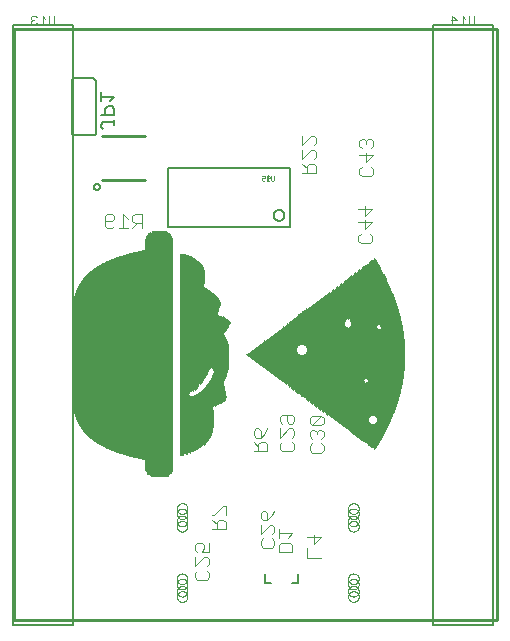
<source format=gbo>
G75*
%MOIN*%
%OFA0B0*%
%FSLAX25Y25*%
%IPPOS*%
%LPD*%
%AMOC8*
5,1,8,0,0,1.08239X$1,22.5*
%
%ADD10C,0.01000*%
%ADD11C,0.00500*%
%ADD12C,0.00400*%
%ADD13C,0.00600*%
%ADD14C,0.00100*%
%ADD15C,0.00000*%
%ADD16R,0.00328X0.36403*%
%ADD17R,0.00328X0.39355*%
%ADD18R,0.00328X0.41650*%
%ADD19R,0.00328X0.43290*%
%ADD20R,0.00328X0.44929*%
%ADD21R,0.00328X0.46241*%
%ADD22R,0.00328X0.47225*%
%ADD23R,0.00328X0.48209*%
%ADD24R,0.00328X0.49193*%
%ADD25R,0.00328X0.50177*%
%ADD26R,0.00328X0.51160*%
%ADD27R,0.00328X0.51817*%
%ADD28R,0.00328X0.52472*%
%ADD29R,0.00328X0.53457*%
%ADD30R,0.00328X0.53785*%
%ADD31R,0.00328X0.54440*%
%ADD32R,0.00328X0.55096*%
%ADD33R,0.00328X0.55752*%
%ADD34R,0.00328X0.56080*%
%ADD35R,0.00328X0.56736*%
%ADD36R,0.00328X0.57064*%
%ADD37R,0.00328X0.57720*%
%ADD38R,0.00328X0.58048*%
%ADD39R,0.00328X0.58376*%
%ADD40R,0.00328X0.59031*%
%ADD41R,0.00328X0.59359*%
%ADD42R,0.00328X0.59687*%
%ADD43R,0.00328X0.60015*%
%ADD44R,0.00328X0.60343*%
%ADD45R,0.00328X0.61000*%
%ADD46R,0.00328X0.61327*%
%ADD47R,0.00328X0.61655*%
%ADD48R,0.00328X0.61983*%
%ADD49R,0.00328X0.62311*%
%ADD50R,0.00328X0.62639*%
%ADD51R,0.00328X0.62967*%
%ADD52R,0.00328X0.63295*%
%ADD53R,0.00328X0.63622*%
%ADD54R,0.00328X0.63951*%
%ADD55R,0.00328X0.64279*%
%ADD56R,0.00328X0.64607*%
%ADD57R,0.00328X0.64935*%
%ADD58R,0.00328X0.65263*%
%ADD59R,0.00328X0.65591*%
%ADD60R,0.00328X0.65919*%
%ADD61R,0.00328X0.66247*%
%ADD62R,0.00328X0.66574*%
%ADD63R,0.00328X0.66902*%
%ADD64R,0.00328X0.67230*%
%ADD65R,0.00328X0.67558*%
%ADD66R,0.00328X0.67886*%
%ADD67R,0.00328X0.68215*%
%ADD68R,0.00328X0.68542*%
%ADD69R,0.00328X0.68870*%
%ADD70R,0.00328X0.69198*%
%ADD71R,0.00328X0.69526*%
%ADD72R,0.00328X0.69854*%
%ADD73R,0.00328X0.70182*%
%ADD74R,0.00328X0.77069*%
%ADD75R,0.00328X0.78709*%
%ADD76R,0.00328X0.79693*%
%ADD77R,0.00328X0.80677*%
%ADD78R,0.00328X0.81332*%
%ADD79R,0.00328X0.81660*%
%ADD80R,0.00328X0.81988*%
%ADD81R,0.00328X0.81004*%
%ADD82R,0.00328X0.80020*%
%ADD83R,0.00328X0.79037*%
%ADD84R,0.00328X0.77725*%
%ADD85R,0.00328X0.66246*%
%ADD86R,0.00328X0.19349*%
%ADD87R,0.00328X0.19022*%
%ADD88R,0.00328X0.45586*%
%ADD89R,0.00328X0.18694*%
%ADD90R,0.00328X0.18365*%
%ADD91R,0.00328X0.44602*%
%ADD92R,0.00328X0.18693*%
%ADD93R,0.00328X0.44274*%
%ADD94R,0.00328X0.43946*%
%ADD95R,0.00328X0.18693*%
%ADD96R,0.00328X0.43289*%
%ADD97R,0.00328X0.18366*%
%ADD98R,0.00328X0.42634*%
%ADD99R,0.00328X0.41978*%
%ADD100R,0.00328X0.40994*%
%ADD101R,0.00328X0.40338*%
%ADD102R,0.00328X0.39682*%
%ADD103R,0.00328X0.39026*%
%ADD104R,0.00328X0.37715*%
%ADD105R,0.00328X0.19021*%
%ADD106R,0.00328X0.30828*%
%ADD107R,0.00328X0.04591*%
%ADD108R,0.00328X0.19349*%
%ADD109R,0.00328X0.29844*%
%ADD110R,0.00328X0.19350*%
%ADD111R,0.00328X0.29516*%
%ADD112R,0.00328X0.28532*%
%ADD113R,0.00328X0.27548*%
%ADD114R,0.00328X0.26892*%
%ADD115R,0.00328X0.25908*%
%ADD116R,0.00328X0.25580*%
%ADD117R,0.00328X0.25253*%
%ADD118R,0.00328X0.06231*%
%ADD119R,0.00328X0.11150*%
%ADD120R,0.00328X0.37386*%
%ADD121R,0.00328X0.37058*%
%ADD122R,0.00328X0.36731*%
%ADD123R,0.00328X0.36075*%
%ADD124R,0.00328X0.30172*%
%ADD125R,0.00328X0.04919*%
%ADD126R,0.00328X0.29516*%
%ADD127R,0.00328X0.02952*%
%ADD128R,0.00328X0.01312*%
%ADD129R,0.00328X0.28860*%
%ADD130R,0.00328X0.28532*%
%ADD131R,0.00328X0.05247*%
%ADD132R,0.00328X0.15413*%
%ADD133R,0.00328X0.05247*%
%ADD134R,0.00328X0.03607*%
%ADD135R,0.00328X0.14102*%
%ADD136R,0.00328X0.00656*%
%ADD137R,0.00328X0.12462*%
%ADD138R,0.00328X0.04263*%
%ADD139R,0.00328X0.10495*%
%ADD140R,0.00328X0.03607*%
%ADD141R,0.00328X0.08527*%
%ADD142R,0.00328X0.02624*%
%ADD143R,0.00328X0.01640*%
%ADD144R,0.00328X0.00984*%
%ADD145R,0.00328X0.00328*%
%ADD146R,0.00328X0.01639*%
%ADD147R,0.00328X0.02296*%
%ADD148R,0.00328X0.02952*%
%ADD149R,0.00328X0.04920*%
%ADD150R,0.00328X0.05575*%
%ADD151R,0.00328X0.06231*%
%ADD152R,0.00328X0.06887*%
%ADD153R,0.00328X0.07543*%
%ADD154R,0.00328X0.08199*%
%ADD155R,0.00328X0.08855*%
%ADD156R,0.00328X0.09183*%
%ADD157R,0.00328X0.09511*%
%ADD158R,0.00328X0.10167*%
%ADD159R,0.00328X0.10822*%
%ADD160R,0.00328X0.11478*%
%ADD161R,0.00328X0.12134*%
%ADD162R,0.00328X0.12790*%
%ADD163R,0.00328X0.13446*%
%ADD164R,0.00328X0.14758*%
%ADD165R,0.00328X0.16070*%
%ADD166R,0.00328X0.16726*%
%ADD167R,0.00328X0.17381*%
%ADD168R,0.00328X0.18037*%
%ADD169R,0.00328X0.20005*%
%ADD170R,0.00328X0.20333*%
%ADD171R,0.00328X0.20661*%
%ADD172R,0.00328X0.21317*%
%ADD173R,0.00328X0.21972*%
%ADD174R,0.00328X0.22301*%
%ADD175R,0.00328X0.22629*%
%ADD176R,0.00328X0.23285*%
%ADD177R,0.00328X0.23941*%
%ADD178R,0.00328X0.24269*%
%ADD179R,0.00328X0.24596*%
%ADD180R,0.00328X0.13774*%
%ADD181R,0.00328X0.13119*%
%ADD182R,0.00328X0.10494*%
%ADD183R,0.00328X0.13774*%
%ADD184R,0.00328X0.10822*%
%ADD185R,0.00328X0.14102*%
%ADD186R,0.00328X0.11806*%
%ADD187R,0.00328X0.12135*%
%ADD188R,0.00328X0.15742*%
%ADD189R,0.00328X0.13118*%
%ADD190R,0.00328X0.30500*%
%ADD191R,0.00328X0.31155*%
%ADD192R,0.00328X0.31483*%
%ADD193R,0.00328X0.31812*%
%ADD194R,0.00328X0.32467*%
%ADD195R,0.00328X0.33123*%
%ADD196R,0.00328X0.33452*%
%ADD197R,0.00328X0.33780*%
%ADD198R,0.00328X0.34435*%
%ADD199R,0.00328X0.35091*%
%ADD200R,0.00328X0.35419*%
%ADD201R,0.00328X0.35746*%
%ADD202R,0.00328X0.38371*%
%ADD203R,0.00328X0.38699*%
%ADD204R,0.00328X0.39354*%
%ADD205R,0.00328X0.40338*%
%ADD206R,0.00328X0.40666*%
%ADD207R,0.00328X0.41322*%
%ADD208R,0.00328X0.42306*%
%ADD209R,0.00328X0.43290*%
%ADD210R,0.00328X0.43618*%
%ADD211R,0.00328X0.45257*%
%ADD212R,0.00328X0.46569*%
%ADD213R,0.00328X0.47554*%
%ADD214R,0.00328X0.48537*%
%ADD215R,0.00328X0.34107*%
%ADD216R,0.00328X0.13774*%
%ADD217R,0.00328X0.33779*%
%ADD218R,0.00328X0.13446*%
%ADD219R,0.00328X0.34107*%
%ADD220R,0.00328X0.34435*%
%ADD221R,0.00328X0.14430*%
%ADD222R,0.00328X0.35419*%
%ADD223R,0.00328X0.15086*%
%ADD224R,0.00328X0.52472*%
%ADD225R,0.00328X0.52800*%
%ADD226R,0.00328X0.53784*%
%ADD227R,0.00328X0.54441*%
%ADD228R,0.00328X0.54769*%
%ADD229R,0.00328X0.55424*%
%ADD230R,0.00328X0.55752*%
%ADD231R,0.00328X0.56408*%
%ADD232R,0.00328X0.57392*%
%ADD233R,0.00328X0.58376*%
%ADD234R,0.00328X0.20333*%
%ADD235R,0.00328X0.37715*%
%ADD236R,0.00328X0.20005*%
%ADD237R,0.00328X0.37714*%
%ADD238R,0.00328X0.20333*%
%ADD239R,0.00328X0.38042*%
%ADD240R,0.00328X0.20989*%
%ADD241R,0.00328X0.60671*%
%ADD242R,0.00328X0.07871*%
%ADD243R,0.00328X0.51816*%
%ADD244R,0.00328X0.07871*%
%ADD245R,0.00328X0.51817*%
%ADD246R,0.00328X0.08199*%
%ADD247R,0.00328X0.52144*%
%ADD248R,0.00328X0.52473*%
%ADD249R,0.00328X0.39026*%
%ADD250R,0.00328X0.21317*%
%ADD251R,0.00328X0.38370*%
%ADD252R,0.00328X0.37387*%
%ADD253R,0.00328X0.19677*%
%ADD254R,0.00328X0.54112*%
%ADD255R,0.00328X0.53129*%
%ADD256R,0.00328X0.50505*%
%ADD257R,0.00328X0.48865*%
%ADD258R,0.00328X0.42962*%
%ADD259R,0.00328X0.40010*%
%ADD260R,0.00328X0.27876*%
D10*
X0045031Y0019923D02*
X0045031Y0216673D01*
X0206031Y0216673D01*
X0206031Y0019923D01*
X0045031Y0019923D01*
X0074631Y0166473D02*
X0088831Y0166473D01*
X0088831Y0181073D02*
X0074631Y0181073D01*
D11*
X0064952Y0018159D02*
X0044952Y0018159D01*
X0044952Y0218159D01*
X0064952Y0218159D01*
X0064952Y0018159D01*
X0184952Y0018159D02*
X0204952Y0018159D01*
X0204952Y0218159D01*
X0184952Y0218159D01*
X0184952Y0018159D01*
X0074832Y0183461D02*
X0074081Y0184211D01*
X0074081Y0184962D01*
X0074832Y0185713D01*
X0078585Y0185713D01*
X0078585Y0186463D02*
X0078585Y0184962D01*
X0078585Y0188065D02*
X0078585Y0190317D01*
X0077834Y0191067D01*
X0076333Y0191067D01*
X0075582Y0190317D01*
X0075582Y0188065D01*
X0074081Y0188065D02*
X0078585Y0188065D01*
X0077084Y0192669D02*
X0078585Y0194170D01*
X0074081Y0194170D01*
X0074081Y0192669D02*
X0074081Y0195671D01*
D12*
X0058125Y0218359D02*
X0057191Y0218359D01*
X0056724Y0218826D01*
X0056724Y0221161D01*
X0055645Y0220227D02*
X0054711Y0221161D01*
X0054711Y0218359D01*
X0055645Y0218359D02*
X0053777Y0218359D01*
X0052699Y0218826D02*
X0052232Y0218359D01*
X0051298Y0218359D01*
X0050831Y0218826D01*
X0050831Y0219293D01*
X0051298Y0219760D01*
X0051765Y0219760D01*
X0051298Y0219760D02*
X0050831Y0220227D01*
X0050831Y0220694D01*
X0051298Y0221161D01*
X0052232Y0221161D01*
X0052699Y0220694D01*
X0058125Y0218359D02*
X0058592Y0218826D01*
X0058592Y0221161D01*
X0076183Y0155126D02*
X0077718Y0155126D01*
X0078485Y0154359D01*
X0078485Y0153592D01*
X0077718Y0152825D01*
X0075416Y0152825D01*
X0075416Y0154359D02*
X0075416Y0151290D01*
X0076183Y0150523D01*
X0077718Y0150523D01*
X0078485Y0151290D01*
X0080020Y0150523D02*
X0083089Y0150523D01*
X0081554Y0150523D02*
X0081554Y0155126D01*
X0083089Y0153592D01*
X0084624Y0154359D02*
X0084624Y0152825D01*
X0085391Y0152057D01*
X0087693Y0152057D01*
X0087693Y0150523D02*
X0087693Y0155126D01*
X0085391Y0155126D01*
X0084624Y0154359D01*
X0086158Y0152057D02*
X0084624Y0150523D01*
X0076183Y0155126D02*
X0075416Y0154359D01*
X0141231Y0168911D02*
X0145835Y0168911D01*
X0145835Y0171213D01*
X0145068Y0171980D01*
X0143533Y0171980D01*
X0142766Y0171213D01*
X0142766Y0168911D01*
X0142766Y0170445D02*
X0141231Y0171980D01*
X0141231Y0173515D02*
X0144300Y0176584D01*
X0145068Y0176584D01*
X0145835Y0175817D01*
X0145835Y0174282D01*
X0145068Y0173515D01*
X0141231Y0173515D02*
X0141231Y0176584D01*
X0141231Y0178119D02*
X0144300Y0181188D01*
X0145068Y0181188D01*
X0145835Y0180421D01*
X0145835Y0178886D01*
X0145068Y0178119D01*
X0141231Y0178119D02*
X0141231Y0181188D01*
X0160231Y0179321D02*
X0160231Y0177786D01*
X0160999Y0177019D01*
X0162533Y0178553D02*
X0162533Y0179321D01*
X0161766Y0180088D01*
X0160999Y0180088D01*
X0160231Y0179321D01*
X0162533Y0179321D02*
X0163300Y0180088D01*
X0164068Y0180088D01*
X0164835Y0179321D01*
X0164835Y0177786D01*
X0164068Y0177019D01*
X0162533Y0175484D02*
X0162533Y0172415D01*
X0164835Y0174717D01*
X0160231Y0174717D01*
X0160999Y0170880D02*
X0160231Y0170113D01*
X0160231Y0168578D01*
X0160999Y0167811D01*
X0164068Y0167811D01*
X0164835Y0168578D01*
X0164835Y0170113D01*
X0164068Y0170880D01*
X0162233Y0157700D02*
X0162233Y0154630D01*
X0164535Y0156932D01*
X0159931Y0156932D01*
X0162233Y0153096D02*
X0162233Y0150026D01*
X0164535Y0152328D01*
X0159931Y0152328D01*
X0160699Y0148492D02*
X0159931Y0147725D01*
X0159931Y0146190D01*
X0160699Y0145423D01*
X0163768Y0145423D01*
X0164535Y0146190D01*
X0164535Y0147725D01*
X0163768Y0148492D01*
X0147568Y0087900D02*
X0144499Y0087900D01*
X0143731Y0087132D01*
X0143731Y0085598D01*
X0144499Y0084830D01*
X0147568Y0087900D01*
X0148335Y0087132D01*
X0148335Y0085598D01*
X0147568Y0084830D01*
X0144499Y0084830D01*
X0144499Y0083296D02*
X0143731Y0082528D01*
X0143731Y0080994D01*
X0144499Y0080226D01*
X0144499Y0078692D02*
X0143731Y0077925D01*
X0143731Y0076390D01*
X0144499Y0075623D01*
X0147568Y0075623D01*
X0148335Y0076390D01*
X0148335Y0077925D01*
X0147568Y0078692D01*
X0147568Y0080226D02*
X0148335Y0080994D01*
X0148335Y0082528D01*
X0147568Y0083296D01*
X0146800Y0083296D01*
X0146033Y0082528D01*
X0145266Y0083296D01*
X0144499Y0083296D01*
X0146033Y0082528D02*
X0146033Y0081761D01*
X0138435Y0081394D02*
X0137668Y0080626D01*
X0138435Y0081394D02*
X0138435Y0082928D01*
X0137668Y0083696D01*
X0136900Y0083696D01*
X0133831Y0080626D01*
X0133831Y0083696D01*
X0134599Y0085230D02*
X0133831Y0085998D01*
X0133831Y0087532D01*
X0134599Y0088300D01*
X0137668Y0088300D01*
X0138435Y0087532D01*
X0138435Y0085998D01*
X0137668Y0085230D01*
X0136900Y0085230D01*
X0136133Y0085998D01*
X0136133Y0088300D01*
X0129635Y0083696D02*
X0128868Y0082161D01*
X0127333Y0080626D01*
X0127333Y0082928D01*
X0126566Y0083696D01*
X0125799Y0083696D01*
X0125031Y0082928D01*
X0125031Y0081394D01*
X0125799Y0080626D01*
X0127333Y0080626D01*
X0127333Y0079092D02*
X0126566Y0078325D01*
X0126566Y0076023D01*
X0126566Y0077557D02*
X0125031Y0079092D01*
X0127333Y0079092D02*
X0128868Y0079092D01*
X0129635Y0078325D01*
X0129635Y0076023D01*
X0125031Y0076023D01*
X0133831Y0076790D02*
X0133831Y0078325D01*
X0134599Y0079092D01*
X0133831Y0076790D02*
X0134599Y0076023D01*
X0137668Y0076023D01*
X0138435Y0076790D01*
X0138435Y0078325D01*
X0137668Y0079092D01*
X0115735Y0057888D02*
X0114968Y0057888D01*
X0111899Y0054819D01*
X0111131Y0054819D01*
X0111131Y0053284D02*
X0112666Y0051749D01*
X0112666Y0052517D02*
X0112666Y0050215D01*
X0111131Y0050215D02*
X0115735Y0050215D01*
X0115735Y0052517D01*
X0114968Y0053284D01*
X0113433Y0053284D01*
X0112666Y0052517D01*
X0115735Y0054819D02*
X0115735Y0057888D01*
X0127331Y0055432D02*
X0127331Y0053898D01*
X0128099Y0053130D01*
X0129633Y0053130D01*
X0129633Y0055432D01*
X0128866Y0056200D01*
X0128099Y0056200D01*
X0127331Y0055432D01*
X0129633Y0053130D02*
X0131168Y0054665D01*
X0131935Y0056200D01*
X0131168Y0051596D02*
X0131935Y0050828D01*
X0131935Y0049294D01*
X0131168Y0048526D01*
X0131168Y0046992D02*
X0131935Y0046225D01*
X0131935Y0044690D01*
X0131168Y0043923D01*
X0128099Y0043923D01*
X0127331Y0044690D01*
X0127331Y0046225D01*
X0128099Y0046992D01*
X0127331Y0048526D02*
X0130400Y0051596D01*
X0131168Y0051596D01*
X0133331Y0050196D02*
X0133331Y0047126D01*
X0133331Y0048661D02*
X0137935Y0048661D01*
X0136400Y0047126D01*
X0137168Y0045592D02*
X0137935Y0044825D01*
X0137935Y0042523D01*
X0133331Y0042523D01*
X0133331Y0044825D01*
X0134099Y0045592D01*
X0137168Y0045592D01*
X0142831Y0043684D02*
X0142831Y0040615D01*
X0147435Y0040615D01*
X0145133Y0045219D02*
X0145133Y0048288D01*
X0142831Y0047521D02*
X0147435Y0047521D01*
X0145133Y0045219D01*
X0127331Y0048526D02*
X0127331Y0051596D01*
X0110135Y0045500D02*
X0110135Y0042430D01*
X0107833Y0042430D01*
X0108600Y0043965D01*
X0108600Y0044732D01*
X0107833Y0045500D01*
X0106299Y0045500D01*
X0105531Y0044732D01*
X0105531Y0043198D01*
X0106299Y0042430D01*
X0105531Y0040896D02*
X0105531Y0037826D01*
X0108600Y0040896D01*
X0109368Y0040896D01*
X0110135Y0040128D01*
X0110135Y0038594D01*
X0109368Y0037826D01*
X0109368Y0036292D02*
X0110135Y0035525D01*
X0110135Y0033990D01*
X0109368Y0033223D01*
X0106299Y0033223D01*
X0105531Y0033990D01*
X0105531Y0035525D01*
X0106299Y0036292D01*
X0191298Y0218359D02*
X0191298Y0221161D01*
X0192699Y0219760D01*
X0190831Y0219760D01*
X0193777Y0218359D02*
X0195645Y0218359D01*
X0194711Y0218359D02*
X0194711Y0221161D01*
X0195645Y0220227D01*
X0196724Y0221161D02*
X0196724Y0218826D01*
X0197191Y0218359D01*
X0198125Y0218359D01*
X0198592Y0218826D01*
X0198592Y0221161D01*
D13*
X0137311Y0170567D02*
X0137311Y0150882D01*
X0096366Y0150882D01*
X0096366Y0170567D01*
X0137311Y0170567D01*
X0131663Y0154720D02*
X0131665Y0154805D01*
X0131671Y0154889D01*
X0131681Y0154974D01*
X0131695Y0155057D01*
X0131712Y0155140D01*
X0131734Y0155222D01*
X0131760Y0155303D01*
X0131789Y0155383D01*
X0131822Y0155461D01*
X0131858Y0155537D01*
X0131898Y0155612D01*
X0131942Y0155685D01*
X0131989Y0155756D01*
X0132039Y0155824D01*
X0132092Y0155890D01*
X0132149Y0155953D01*
X0132208Y0156014D01*
X0132270Y0156072D01*
X0132335Y0156127D01*
X0132402Y0156179D01*
X0132471Y0156227D01*
X0132543Y0156272D01*
X0132617Y0156314D01*
X0132693Y0156352D01*
X0132770Y0156387D01*
X0132849Y0156418D01*
X0132929Y0156446D01*
X0133011Y0156469D01*
X0133093Y0156489D01*
X0133176Y0156505D01*
X0133260Y0156517D01*
X0133345Y0156525D01*
X0133430Y0156529D01*
X0133514Y0156529D01*
X0133599Y0156525D01*
X0133684Y0156517D01*
X0133768Y0156505D01*
X0133851Y0156489D01*
X0133933Y0156469D01*
X0134015Y0156446D01*
X0134095Y0156418D01*
X0134174Y0156387D01*
X0134251Y0156352D01*
X0134327Y0156314D01*
X0134401Y0156272D01*
X0134473Y0156227D01*
X0134542Y0156179D01*
X0134609Y0156127D01*
X0134674Y0156072D01*
X0134736Y0156014D01*
X0134795Y0155953D01*
X0134852Y0155890D01*
X0134905Y0155824D01*
X0134955Y0155756D01*
X0135002Y0155685D01*
X0135046Y0155612D01*
X0135086Y0155537D01*
X0135122Y0155461D01*
X0135155Y0155383D01*
X0135184Y0155303D01*
X0135210Y0155222D01*
X0135232Y0155140D01*
X0135249Y0155057D01*
X0135263Y0154974D01*
X0135273Y0154889D01*
X0135279Y0154805D01*
X0135281Y0154720D01*
X0135279Y0154635D01*
X0135273Y0154551D01*
X0135263Y0154466D01*
X0135249Y0154383D01*
X0135232Y0154300D01*
X0135210Y0154218D01*
X0135184Y0154137D01*
X0135155Y0154057D01*
X0135122Y0153979D01*
X0135086Y0153903D01*
X0135046Y0153828D01*
X0135002Y0153755D01*
X0134955Y0153684D01*
X0134905Y0153616D01*
X0134852Y0153550D01*
X0134795Y0153487D01*
X0134736Y0153426D01*
X0134674Y0153368D01*
X0134609Y0153313D01*
X0134542Y0153261D01*
X0134473Y0153213D01*
X0134401Y0153168D01*
X0134327Y0153126D01*
X0134251Y0153088D01*
X0134174Y0153053D01*
X0134095Y0153022D01*
X0134015Y0152994D01*
X0133933Y0152971D01*
X0133851Y0152951D01*
X0133768Y0152935D01*
X0133684Y0152923D01*
X0133599Y0152915D01*
X0133514Y0152911D01*
X0133430Y0152911D01*
X0133345Y0152915D01*
X0133260Y0152923D01*
X0133176Y0152935D01*
X0133093Y0152951D01*
X0133011Y0152971D01*
X0132929Y0152994D01*
X0132849Y0153022D01*
X0132770Y0153053D01*
X0132693Y0153088D01*
X0132617Y0153126D01*
X0132543Y0153168D01*
X0132471Y0153213D01*
X0132402Y0153261D01*
X0132335Y0153313D01*
X0132270Y0153368D01*
X0132208Y0153426D01*
X0132149Y0153487D01*
X0132092Y0153550D01*
X0132039Y0153616D01*
X0131989Y0153684D01*
X0131942Y0153755D01*
X0131898Y0153828D01*
X0131858Y0153903D01*
X0131822Y0153979D01*
X0131789Y0154057D01*
X0131760Y0154137D01*
X0131734Y0154218D01*
X0131712Y0154300D01*
X0131695Y0154383D01*
X0131681Y0154466D01*
X0131671Y0154551D01*
X0131665Y0154635D01*
X0131663Y0154720D01*
X0071731Y0164273D02*
X0071733Y0164336D01*
X0071739Y0164398D01*
X0071749Y0164460D01*
X0071762Y0164522D01*
X0071780Y0164582D01*
X0071801Y0164641D01*
X0071826Y0164699D01*
X0071855Y0164755D01*
X0071887Y0164809D01*
X0071922Y0164861D01*
X0071960Y0164910D01*
X0072002Y0164958D01*
X0072046Y0165002D01*
X0072094Y0165044D01*
X0072143Y0165082D01*
X0072195Y0165117D01*
X0072249Y0165149D01*
X0072305Y0165178D01*
X0072363Y0165203D01*
X0072422Y0165224D01*
X0072482Y0165242D01*
X0072544Y0165255D01*
X0072606Y0165265D01*
X0072668Y0165271D01*
X0072731Y0165273D01*
X0072794Y0165271D01*
X0072856Y0165265D01*
X0072918Y0165255D01*
X0072980Y0165242D01*
X0073040Y0165224D01*
X0073099Y0165203D01*
X0073157Y0165178D01*
X0073213Y0165149D01*
X0073267Y0165117D01*
X0073319Y0165082D01*
X0073368Y0165044D01*
X0073416Y0165002D01*
X0073460Y0164958D01*
X0073502Y0164910D01*
X0073540Y0164861D01*
X0073575Y0164809D01*
X0073607Y0164755D01*
X0073636Y0164699D01*
X0073661Y0164641D01*
X0073682Y0164582D01*
X0073700Y0164522D01*
X0073713Y0164460D01*
X0073723Y0164398D01*
X0073729Y0164336D01*
X0073731Y0164273D01*
X0073729Y0164210D01*
X0073723Y0164148D01*
X0073713Y0164086D01*
X0073700Y0164024D01*
X0073682Y0163964D01*
X0073661Y0163905D01*
X0073636Y0163847D01*
X0073607Y0163791D01*
X0073575Y0163737D01*
X0073540Y0163685D01*
X0073502Y0163636D01*
X0073460Y0163588D01*
X0073416Y0163544D01*
X0073368Y0163502D01*
X0073319Y0163464D01*
X0073267Y0163429D01*
X0073213Y0163397D01*
X0073157Y0163368D01*
X0073099Y0163343D01*
X0073040Y0163322D01*
X0072980Y0163304D01*
X0072918Y0163291D01*
X0072856Y0163281D01*
X0072794Y0163275D01*
X0072731Y0163273D01*
X0072668Y0163275D01*
X0072606Y0163281D01*
X0072544Y0163291D01*
X0072482Y0163304D01*
X0072422Y0163322D01*
X0072363Y0163343D01*
X0072305Y0163368D01*
X0072249Y0163397D01*
X0072195Y0163429D01*
X0072143Y0163464D01*
X0072094Y0163502D01*
X0072046Y0163544D01*
X0072002Y0163588D01*
X0071960Y0163636D01*
X0071922Y0163685D01*
X0071887Y0163737D01*
X0071855Y0163791D01*
X0071826Y0163847D01*
X0071801Y0163905D01*
X0071780Y0163964D01*
X0071762Y0164024D01*
X0071749Y0164086D01*
X0071739Y0164148D01*
X0071733Y0164210D01*
X0071731Y0164273D01*
X0071431Y0181423D02*
X0065431Y0181423D01*
X0065371Y0181425D01*
X0065310Y0181430D01*
X0065251Y0181439D01*
X0065192Y0181452D01*
X0065133Y0181468D01*
X0065076Y0181488D01*
X0065021Y0181511D01*
X0064966Y0181538D01*
X0064914Y0181567D01*
X0064863Y0181600D01*
X0064814Y0181636D01*
X0064768Y0181674D01*
X0064724Y0181716D01*
X0064682Y0181760D01*
X0064644Y0181806D01*
X0064608Y0181855D01*
X0064575Y0181906D01*
X0064546Y0181958D01*
X0064519Y0182013D01*
X0064496Y0182068D01*
X0064476Y0182125D01*
X0064460Y0182184D01*
X0064447Y0182243D01*
X0064438Y0182302D01*
X0064433Y0182363D01*
X0064431Y0182423D01*
X0064431Y0199423D01*
X0064433Y0199483D01*
X0064438Y0199544D01*
X0064447Y0199603D01*
X0064460Y0199662D01*
X0064476Y0199721D01*
X0064496Y0199778D01*
X0064519Y0199833D01*
X0064546Y0199888D01*
X0064575Y0199940D01*
X0064608Y0199991D01*
X0064644Y0200040D01*
X0064682Y0200086D01*
X0064724Y0200130D01*
X0064768Y0200172D01*
X0064814Y0200210D01*
X0064863Y0200246D01*
X0064914Y0200279D01*
X0064966Y0200308D01*
X0065021Y0200335D01*
X0065076Y0200358D01*
X0065133Y0200378D01*
X0065192Y0200394D01*
X0065251Y0200407D01*
X0065310Y0200416D01*
X0065371Y0200421D01*
X0065431Y0200423D01*
X0071431Y0200423D01*
X0071491Y0200421D01*
X0071552Y0200416D01*
X0071611Y0200407D01*
X0071670Y0200394D01*
X0071729Y0200378D01*
X0071786Y0200358D01*
X0071841Y0200335D01*
X0071896Y0200308D01*
X0071948Y0200279D01*
X0071999Y0200246D01*
X0072048Y0200210D01*
X0072094Y0200172D01*
X0072138Y0200130D01*
X0072180Y0200086D01*
X0072218Y0200040D01*
X0072254Y0199991D01*
X0072287Y0199940D01*
X0072316Y0199888D01*
X0072343Y0199833D01*
X0072366Y0199778D01*
X0072386Y0199721D01*
X0072402Y0199662D01*
X0072415Y0199603D01*
X0072424Y0199544D01*
X0072429Y0199483D01*
X0072431Y0199423D01*
X0072431Y0182423D01*
X0072429Y0182363D01*
X0072424Y0182302D01*
X0072415Y0182243D01*
X0072402Y0182184D01*
X0072386Y0182125D01*
X0072366Y0182068D01*
X0072343Y0182013D01*
X0072316Y0181958D01*
X0072287Y0181906D01*
X0072254Y0181855D01*
X0072218Y0181806D01*
X0072180Y0181760D01*
X0072138Y0181716D01*
X0072094Y0181674D01*
X0072048Y0181636D01*
X0071999Y0181600D01*
X0071948Y0181567D01*
X0071896Y0181538D01*
X0071841Y0181511D01*
X0071786Y0181488D01*
X0071729Y0181468D01*
X0071670Y0181452D01*
X0071611Y0181439D01*
X0071552Y0181430D01*
X0071491Y0181425D01*
X0071431Y0181423D01*
X0128731Y0035223D02*
X0128731Y0032023D01*
X0130931Y0032023D01*
X0137731Y0032023D02*
X0139931Y0032023D01*
X0139931Y0035223D01*
D14*
X0129815Y0166016D02*
X0129815Y0168018D01*
X0130065Y0167768D02*
X0129564Y0167768D01*
X0129314Y0167517D01*
X0128842Y0167768D02*
X0128842Y0167017D01*
X0128341Y0167267D01*
X0128091Y0167267D01*
X0127841Y0167017D01*
X0127841Y0166516D01*
X0128091Y0166266D01*
X0128592Y0166266D01*
X0128842Y0166516D01*
X0129314Y0166516D02*
X0129314Y0166767D01*
X0129564Y0167017D01*
X0130065Y0167017D01*
X0130315Y0167267D01*
X0130315Y0167517D01*
X0130065Y0167768D01*
X0130787Y0167768D02*
X0130787Y0166516D01*
X0131038Y0166266D01*
X0131538Y0166266D01*
X0131788Y0166516D01*
X0131788Y0167768D01*
X0130315Y0166516D02*
X0130065Y0166266D01*
X0129564Y0166266D01*
X0129314Y0166516D01*
X0128842Y0167768D02*
X0127841Y0167768D01*
D15*
X0099416Y0056974D02*
X0099418Y0057058D01*
X0099424Y0057141D01*
X0099434Y0057224D01*
X0099448Y0057307D01*
X0099465Y0057389D01*
X0099487Y0057470D01*
X0099512Y0057549D01*
X0099541Y0057628D01*
X0099574Y0057705D01*
X0099610Y0057780D01*
X0099650Y0057854D01*
X0099693Y0057926D01*
X0099740Y0057995D01*
X0099790Y0058062D01*
X0099843Y0058127D01*
X0099899Y0058189D01*
X0099957Y0058249D01*
X0100019Y0058306D01*
X0100083Y0058359D01*
X0100150Y0058410D01*
X0100219Y0058457D01*
X0100290Y0058502D01*
X0100363Y0058542D01*
X0100438Y0058579D01*
X0100515Y0058613D01*
X0100593Y0058643D01*
X0100672Y0058669D01*
X0100753Y0058692D01*
X0100835Y0058710D01*
X0100917Y0058725D01*
X0101000Y0058736D01*
X0101083Y0058743D01*
X0101167Y0058746D01*
X0101251Y0058745D01*
X0101334Y0058740D01*
X0101418Y0058731D01*
X0101500Y0058718D01*
X0101582Y0058702D01*
X0101663Y0058681D01*
X0101744Y0058657D01*
X0101822Y0058629D01*
X0101900Y0058597D01*
X0101976Y0058561D01*
X0102050Y0058522D01*
X0102122Y0058480D01*
X0102192Y0058434D01*
X0102260Y0058385D01*
X0102325Y0058333D01*
X0102388Y0058278D01*
X0102448Y0058220D01*
X0102506Y0058159D01*
X0102560Y0058095D01*
X0102612Y0058029D01*
X0102660Y0057961D01*
X0102705Y0057890D01*
X0102746Y0057817D01*
X0102785Y0057743D01*
X0102819Y0057667D01*
X0102850Y0057589D01*
X0102877Y0057510D01*
X0102901Y0057429D01*
X0102920Y0057348D01*
X0102936Y0057266D01*
X0102948Y0057183D01*
X0102956Y0057099D01*
X0102960Y0057016D01*
X0102960Y0056932D01*
X0102956Y0056849D01*
X0102948Y0056765D01*
X0102936Y0056682D01*
X0102920Y0056600D01*
X0102901Y0056519D01*
X0102877Y0056438D01*
X0102850Y0056359D01*
X0102819Y0056281D01*
X0102785Y0056205D01*
X0102746Y0056131D01*
X0102705Y0056058D01*
X0102660Y0055987D01*
X0102612Y0055919D01*
X0102560Y0055853D01*
X0102506Y0055789D01*
X0102448Y0055728D01*
X0102388Y0055670D01*
X0102325Y0055615D01*
X0102260Y0055563D01*
X0102192Y0055514D01*
X0102122Y0055468D01*
X0102050Y0055426D01*
X0101976Y0055387D01*
X0101900Y0055351D01*
X0101822Y0055319D01*
X0101744Y0055291D01*
X0101663Y0055267D01*
X0101582Y0055246D01*
X0101500Y0055230D01*
X0101418Y0055217D01*
X0101334Y0055208D01*
X0101251Y0055203D01*
X0101167Y0055202D01*
X0101083Y0055205D01*
X0101000Y0055212D01*
X0100917Y0055223D01*
X0100835Y0055238D01*
X0100753Y0055256D01*
X0100672Y0055279D01*
X0100593Y0055305D01*
X0100515Y0055335D01*
X0100438Y0055369D01*
X0100363Y0055406D01*
X0100290Y0055446D01*
X0100219Y0055491D01*
X0100150Y0055538D01*
X0100083Y0055589D01*
X0100019Y0055642D01*
X0099957Y0055699D01*
X0099899Y0055759D01*
X0099843Y0055821D01*
X0099790Y0055886D01*
X0099740Y0055953D01*
X0099693Y0056022D01*
X0099650Y0056094D01*
X0099610Y0056168D01*
X0099574Y0056243D01*
X0099541Y0056320D01*
X0099512Y0056399D01*
X0099487Y0056478D01*
X0099465Y0056559D01*
X0099448Y0056641D01*
X0099434Y0056724D01*
X0099424Y0056807D01*
X0099418Y0056890D01*
X0099416Y0056974D01*
X0099416Y0055202D02*
X0099418Y0055286D01*
X0099424Y0055369D01*
X0099434Y0055452D01*
X0099448Y0055535D01*
X0099465Y0055617D01*
X0099487Y0055698D01*
X0099512Y0055777D01*
X0099541Y0055856D01*
X0099574Y0055933D01*
X0099610Y0056008D01*
X0099650Y0056082D01*
X0099693Y0056154D01*
X0099740Y0056223D01*
X0099790Y0056290D01*
X0099843Y0056355D01*
X0099899Y0056417D01*
X0099957Y0056477D01*
X0100019Y0056534D01*
X0100083Y0056587D01*
X0100150Y0056638D01*
X0100219Y0056685D01*
X0100290Y0056730D01*
X0100363Y0056770D01*
X0100438Y0056807D01*
X0100515Y0056841D01*
X0100593Y0056871D01*
X0100672Y0056897D01*
X0100753Y0056920D01*
X0100835Y0056938D01*
X0100917Y0056953D01*
X0101000Y0056964D01*
X0101083Y0056971D01*
X0101167Y0056974D01*
X0101251Y0056973D01*
X0101334Y0056968D01*
X0101418Y0056959D01*
X0101500Y0056946D01*
X0101582Y0056930D01*
X0101663Y0056909D01*
X0101744Y0056885D01*
X0101822Y0056857D01*
X0101900Y0056825D01*
X0101976Y0056789D01*
X0102050Y0056750D01*
X0102122Y0056708D01*
X0102192Y0056662D01*
X0102260Y0056613D01*
X0102325Y0056561D01*
X0102388Y0056506D01*
X0102448Y0056448D01*
X0102506Y0056387D01*
X0102560Y0056323D01*
X0102612Y0056257D01*
X0102660Y0056189D01*
X0102705Y0056118D01*
X0102746Y0056045D01*
X0102785Y0055971D01*
X0102819Y0055895D01*
X0102850Y0055817D01*
X0102877Y0055738D01*
X0102901Y0055657D01*
X0102920Y0055576D01*
X0102936Y0055494D01*
X0102948Y0055411D01*
X0102956Y0055327D01*
X0102960Y0055244D01*
X0102960Y0055160D01*
X0102956Y0055077D01*
X0102948Y0054993D01*
X0102936Y0054910D01*
X0102920Y0054828D01*
X0102901Y0054747D01*
X0102877Y0054666D01*
X0102850Y0054587D01*
X0102819Y0054509D01*
X0102785Y0054433D01*
X0102746Y0054359D01*
X0102705Y0054286D01*
X0102660Y0054215D01*
X0102612Y0054147D01*
X0102560Y0054081D01*
X0102506Y0054017D01*
X0102448Y0053956D01*
X0102388Y0053898D01*
X0102325Y0053843D01*
X0102260Y0053791D01*
X0102192Y0053742D01*
X0102122Y0053696D01*
X0102050Y0053654D01*
X0101976Y0053615D01*
X0101900Y0053579D01*
X0101822Y0053547D01*
X0101744Y0053519D01*
X0101663Y0053495D01*
X0101582Y0053474D01*
X0101500Y0053458D01*
X0101418Y0053445D01*
X0101334Y0053436D01*
X0101251Y0053431D01*
X0101167Y0053430D01*
X0101083Y0053433D01*
X0101000Y0053440D01*
X0100917Y0053451D01*
X0100835Y0053466D01*
X0100753Y0053484D01*
X0100672Y0053507D01*
X0100593Y0053533D01*
X0100515Y0053563D01*
X0100438Y0053597D01*
X0100363Y0053634D01*
X0100290Y0053674D01*
X0100219Y0053719D01*
X0100150Y0053766D01*
X0100083Y0053817D01*
X0100019Y0053870D01*
X0099957Y0053927D01*
X0099899Y0053987D01*
X0099843Y0054049D01*
X0099790Y0054114D01*
X0099740Y0054181D01*
X0099693Y0054250D01*
X0099650Y0054322D01*
X0099610Y0054396D01*
X0099574Y0054471D01*
X0099541Y0054548D01*
X0099512Y0054627D01*
X0099487Y0054706D01*
X0099465Y0054787D01*
X0099448Y0054869D01*
X0099434Y0054952D01*
X0099424Y0055035D01*
X0099418Y0055118D01*
X0099416Y0055202D01*
X0099416Y0052840D02*
X0099418Y0052924D01*
X0099424Y0053007D01*
X0099434Y0053090D01*
X0099448Y0053173D01*
X0099465Y0053255D01*
X0099487Y0053336D01*
X0099512Y0053415D01*
X0099541Y0053494D01*
X0099574Y0053571D01*
X0099610Y0053646D01*
X0099650Y0053720D01*
X0099693Y0053792D01*
X0099740Y0053861D01*
X0099790Y0053928D01*
X0099843Y0053993D01*
X0099899Y0054055D01*
X0099957Y0054115D01*
X0100019Y0054172D01*
X0100083Y0054225D01*
X0100150Y0054276D01*
X0100219Y0054323D01*
X0100290Y0054368D01*
X0100363Y0054408D01*
X0100438Y0054445D01*
X0100515Y0054479D01*
X0100593Y0054509D01*
X0100672Y0054535D01*
X0100753Y0054558D01*
X0100835Y0054576D01*
X0100917Y0054591D01*
X0101000Y0054602D01*
X0101083Y0054609D01*
X0101167Y0054612D01*
X0101251Y0054611D01*
X0101334Y0054606D01*
X0101418Y0054597D01*
X0101500Y0054584D01*
X0101582Y0054568D01*
X0101663Y0054547D01*
X0101744Y0054523D01*
X0101822Y0054495D01*
X0101900Y0054463D01*
X0101976Y0054427D01*
X0102050Y0054388D01*
X0102122Y0054346D01*
X0102192Y0054300D01*
X0102260Y0054251D01*
X0102325Y0054199D01*
X0102388Y0054144D01*
X0102448Y0054086D01*
X0102506Y0054025D01*
X0102560Y0053961D01*
X0102612Y0053895D01*
X0102660Y0053827D01*
X0102705Y0053756D01*
X0102746Y0053683D01*
X0102785Y0053609D01*
X0102819Y0053533D01*
X0102850Y0053455D01*
X0102877Y0053376D01*
X0102901Y0053295D01*
X0102920Y0053214D01*
X0102936Y0053132D01*
X0102948Y0053049D01*
X0102956Y0052965D01*
X0102960Y0052882D01*
X0102960Y0052798D01*
X0102956Y0052715D01*
X0102948Y0052631D01*
X0102936Y0052548D01*
X0102920Y0052466D01*
X0102901Y0052385D01*
X0102877Y0052304D01*
X0102850Y0052225D01*
X0102819Y0052147D01*
X0102785Y0052071D01*
X0102746Y0051997D01*
X0102705Y0051924D01*
X0102660Y0051853D01*
X0102612Y0051785D01*
X0102560Y0051719D01*
X0102506Y0051655D01*
X0102448Y0051594D01*
X0102388Y0051536D01*
X0102325Y0051481D01*
X0102260Y0051429D01*
X0102192Y0051380D01*
X0102122Y0051334D01*
X0102050Y0051292D01*
X0101976Y0051253D01*
X0101900Y0051217D01*
X0101822Y0051185D01*
X0101744Y0051157D01*
X0101663Y0051133D01*
X0101582Y0051112D01*
X0101500Y0051096D01*
X0101418Y0051083D01*
X0101334Y0051074D01*
X0101251Y0051069D01*
X0101167Y0051068D01*
X0101083Y0051071D01*
X0101000Y0051078D01*
X0100917Y0051089D01*
X0100835Y0051104D01*
X0100753Y0051122D01*
X0100672Y0051145D01*
X0100593Y0051171D01*
X0100515Y0051201D01*
X0100438Y0051235D01*
X0100363Y0051272D01*
X0100290Y0051312D01*
X0100219Y0051357D01*
X0100150Y0051404D01*
X0100083Y0051455D01*
X0100019Y0051508D01*
X0099957Y0051565D01*
X0099899Y0051625D01*
X0099843Y0051687D01*
X0099790Y0051752D01*
X0099740Y0051819D01*
X0099693Y0051888D01*
X0099650Y0051960D01*
X0099610Y0052034D01*
X0099574Y0052109D01*
X0099541Y0052186D01*
X0099512Y0052265D01*
X0099487Y0052344D01*
X0099465Y0052425D01*
X0099448Y0052507D01*
X0099434Y0052590D01*
X0099424Y0052673D01*
X0099418Y0052756D01*
X0099416Y0052840D01*
X0099416Y0051068D02*
X0099418Y0051152D01*
X0099424Y0051235D01*
X0099434Y0051318D01*
X0099448Y0051401D01*
X0099465Y0051483D01*
X0099487Y0051564D01*
X0099512Y0051643D01*
X0099541Y0051722D01*
X0099574Y0051799D01*
X0099610Y0051874D01*
X0099650Y0051948D01*
X0099693Y0052020D01*
X0099740Y0052089D01*
X0099790Y0052156D01*
X0099843Y0052221D01*
X0099899Y0052283D01*
X0099957Y0052343D01*
X0100019Y0052400D01*
X0100083Y0052453D01*
X0100150Y0052504D01*
X0100219Y0052551D01*
X0100290Y0052596D01*
X0100363Y0052636D01*
X0100438Y0052673D01*
X0100515Y0052707D01*
X0100593Y0052737D01*
X0100672Y0052763D01*
X0100753Y0052786D01*
X0100835Y0052804D01*
X0100917Y0052819D01*
X0101000Y0052830D01*
X0101083Y0052837D01*
X0101167Y0052840D01*
X0101251Y0052839D01*
X0101334Y0052834D01*
X0101418Y0052825D01*
X0101500Y0052812D01*
X0101582Y0052796D01*
X0101663Y0052775D01*
X0101744Y0052751D01*
X0101822Y0052723D01*
X0101900Y0052691D01*
X0101976Y0052655D01*
X0102050Y0052616D01*
X0102122Y0052574D01*
X0102192Y0052528D01*
X0102260Y0052479D01*
X0102325Y0052427D01*
X0102388Y0052372D01*
X0102448Y0052314D01*
X0102506Y0052253D01*
X0102560Y0052189D01*
X0102612Y0052123D01*
X0102660Y0052055D01*
X0102705Y0051984D01*
X0102746Y0051911D01*
X0102785Y0051837D01*
X0102819Y0051761D01*
X0102850Y0051683D01*
X0102877Y0051604D01*
X0102901Y0051523D01*
X0102920Y0051442D01*
X0102936Y0051360D01*
X0102948Y0051277D01*
X0102956Y0051193D01*
X0102960Y0051110D01*
X0102960Y0051026D01*
X0102956Y0050943D01*
X0102948Y0050859D01*
X0102936Y0050776D01*
X0102920Y0050694D01*
X0102901Y0050613D01*
X0102877Y0050532D01*
X0102850Y0050453D01*
X0102819Y0050375D01*
X0102785Y0050299D01*
X0102746Y0050225D01*
X0102705Y0050152D01*
X0102660Y0050081D01*
X0102612Y0050013D01*
X0102560Y0049947D01*
X0102506Y0049883D01*
X0102448Y0049822D01*
X0102388Y0049764D01*
X0102325Y0049709D01*
X0102260Y0049657D01*
X0102192Y0049608D01*
X0102122Y0049562D01*
X0102050Y0049520D01*
X0101976Y0049481D01*
X0101900Y0049445D01*
X0101822Y0049413D01*
X0101744Y0049385D01*
X0101663Y0049361D01*
X0101582Y0049340D01*
X0101500Y0049324D01*
X0101418Y0049311D01*
X0101334Y0049302D01*
X0101251Y0049297D01*
X0101167Y0049296D01*
X0101083Y0049299D01*
X0101000Y0049306D01*
X0100917Y0049317D01*
X0100835Y0049332D01*
X0100753Y0049350D01*
X0100672Y0049373D01*
X0100593Y0049399D01*
X0100515Y0049429D01*
X0100438Y0049463D01*
X0100363Y0049500D01*
X0100290Y0049540D01*
X0100219Y0049585D01*
X0100150Y0049632D01*
X0100083Y0049683D01*
X0100019Y0049736D01*
X0099957Y0049793D01*
X0099899Y0049853D01*
X0099843Y0049915D01*
X0099790Y0049980D01*
X0099740Y0050047D01*
X0099693Y0050116D01*
X0099650Y0050188D01*
X0099610Y0050262D01*
X0099574Y0050337D01*
X0099541Y0050414D01*
X0099512Y0050493D01*
X0099487Y0050572D01*
X0099465Y0050653D01*
X0099448Y0050735D01*
X0099434Y0050818D01*
X0099424Y0050901D01*
X0099418Y0050984D01*
X0099416Y0051068D01*
X0099416Y0033549D02*
X0099418Y0033633D01*
X0099424Y0033716D01*
X0099434Y0033799D01*
X0099448Y0033882D01*
X0099465Y0033964D01*
X0099487Y0034045D01*
X0099512Y0034124D01*
X0099541Y0034203D01*
X0099574Y0034280D01*
X0099610Y0034355D01*
X0099650Y0034429D01*
X0099693Y0034501D01*
X0099740Y0034570D01*
X0099790Y0034637D01*
X0099843Y0034702D01*
X0099899Y0034764D01*
X0099957Y0034824D01*
X0100019Y0034881D01*
X0100083Y0034934D01*
X0100150Y0034985D01*
X0100219Y0035032D01*
X0100290Y0035077D01*
X0100363Y0035117D01*
X0100438Y0035154D01*
X0100515Y0035188D01*
X0100593Y0035218D01*
X0100672Y0035244D01*
X0100753Y0035267D01*
X0100835Y0035285D01*
X0100917Y0035300D01*
X0101000Y0035311D01*
X0101083Y0035318D01*
X0101167Y0035321D01*
X0101251Y0035320D01*
X0101334Y0035315D01*
X0101418Y0035306D01*
X0101500Y0035293D01*
X0101582Y0035277D01*
X0101663Y0035256D01*
X0101744Y0035232D01*
X0101822Y0035204D01*
X0101900Y0035172D01*
X0101976Y0035136D01*
X0102050Y0035097D01*
X0102122Y0035055D01*
X0102192Y0035009D01*
X0102260Y0034960D01*
X0102325Y0034908D01*
X0102388Y0034853D01*
X0102448Y0034795D01*
X0102506Y0034734D01*
X0102560Y0034670D01*
X0102612Y0034604D01*
X0102660Y0034536D01*
X0102705Y0034465D01*
X0102746Y0034392D01*
X0102785Y0034318D01*
X0102819Y0034242D01*
X0102850Y0034164D01*
X0102877Y0034085D01*
X0102901Y0034004D01*
X0102920Y0033923D01*
X0102936Y0033841D01*
X0102948Y0033758D01*
X0102956Y0033674D01*
X0102960Y0033591D01*
X0102960Y0033507D01*
X0102956Y0033424D01*
X0102948Y0033340D01*
X0102936Y0033257D01*
X0102920Y0033175D01*
X0102901Y0033094D01*
X0102877Y0033013D01*
X0102850Y0032934D01*
X0102819Y0032856D01*
X0102785Y0032780D01*
X0102746Y0032706D01*
X0102705Y0032633D01*
X0102660Y0032562D01*
X0102612Y0032494D01*
X0102560Y0032428D01*
X0102506Y0032364D01*
X0102448Y0032303D01*
X0102388Y0032245D01*
X0102325Y0032190D01*
X0102260Y0032138D01*
X0102192Y0032089D01*
X0102122Y0032043D01*
X0102050Y0032001D01*
X0101976Y0031962D01*
X0101900Y0031926D01*
X0101822Y0031894D01*
X0101744Y0031866D01*
X0101663Y0031842D01*
X0101582Y0031821D01*
X0101500Y0031805D01*
X0101418Y0031792D01*
X0101334Y0031783D01*
X0101251Y0031778D01*
X0101167Y0031777D01*
X0101083Y0031780D01*
X0101000Y0031787D01*
X0100917Y0031798D01*
X0100835Y0031813D01*
X0100753Y0031831D01*
X0100672Y0031854D01*
X0100593Y0031880D01*
X0100515Y0031910D01*
X0100438Y0031944D01*
X0100363Y0031981D01*
X0100290Y0032021D01*
X0100219Y0032066D01*
X0100150Y0032113D01*
X0100083Y0032164D01*
X0100019Y0032217D01*
X0099957Y0032274D01*
X0099899Y0032334D01*
X0099843Y0032396D01*
X0099790Y0032461D01*
X0099740Y0032528D01*
X0099693Y0032597D01*
X0099650Y0032669D01*
X0099610Y0032743D01*
X0099574Y0032818D01*
X0099541Y0032895D01*
X0099512Y0032974D01*
X0099487Y0033053D01*
X0099465Y0033134D01*
X0099448Y0033216D01*
X0099434Y0033299D01*
X0099424Y0033382D01*
X0099418Y0033465D01*
X0099416Y0033549D01*
X0099416Y0031777D02*
X0099418Y0031861D01*
X0099424Y0031944D01*
X0099434Y0032027D01*
X0099448Y0032110D01*
X0099465Y0032192D01*
X0099487Y0032273D01*
X0099512Y0032352D01*
X0099541Y0032431D01*
X0099574Y0032508D01*
X0099610Y0032583D01*
X0099650Y0032657D01*
X0099693Y0032729D01*
X0099740Y0032798D01*
X0099790Y0032865D01*
X0099843Y0032930D01*
X0099899Y0032992D01*
X0099957Y0033052D01*
X0100019Y0033109D01*
X0100083Y0033162D01*
X0100150Y0033213D01*
X0100219Y0033260D01*
X0100290Y0033305D01*
X0100363Y0033345D01*
X0100438Y0033382D01*
X0100515Y0033416D01*
X0100593Y0033446D01*
X0100672Y0033472D01*
X0100753Y0033495D01*
X0100835Y0033513D01*
X0100917Y0033528D01*
X0101000Y0033539D01*
X0101083Y0033546D01*
X0101167Y0033549D01*
X0101251Y0033548D01*
X0101334Y0033543D01*
X0101418Y0033534D01*
X0101500Y0033521D01*
X0101582Y0033505D01*
X0101663Y0033484D01*
X0101744Y0033460D01*
X0101822Y0033432D01*
X0101900Y0033400D01*
X0101976Y0033364D01*
X0102050Y0033325D01*
X0102122Y0033283D01*
X0102192Y0033237D01*
X0102260Y0033188D01*
X0102325Y0033136D01*
X0102388Y0033081D01*
X0102448Y0033023D01*
X0102506Y0032962D01*
X0102560Y0032898D01*
X0102612Y0032832D01*
X0102660Y0032764D01*
X0102705Y0032693D01*
X0102746Y0032620D01*
X0102785Y0032546D01*
X0102819Y0032470D01*
X0102850Y0032392D01*
X0102877Y0032313D01*
X0102901Y0032232D01*
X0102920Y0032151D01*
X0102936Y0032069D01*
X0102948Y0031986D01*
X0102956Y0031902D01*
X0102960Y0031819D01*
X0102960Y0031735D01*
X0102956Y0031652D01*
X0102948Y0031568D01*
X0102936Y0031485D01*
X0102920Y0031403D01*
X0102901Y0031322D01*
X0102877Y0031241D01*
X0102850Y0031162D01*
X0102819Y0031084D01*
X0102785Y0031008D01*
X0102746Y0030934D01*
X0102705Y0030861D01*
X0102660Y0030790D01*
X0102612Y0030722D01*
X0102560Y0030656D01*
X0102506Y0030592D01*
X0102448Y0030531D01*
X0102388Y0030473D01*
X0102325Y0030418D01*
X0102260Y0030366D01*
X0102192Y0030317D01*
X0102122Y0030271D01*
X0102050Y0030229D01*
X0101976Y0030190D01*
X0101900Y0030154D01*
X0101822Y0030122D01*
X0101744Y0030094D01*
X0101663Y0030070D01*
X0101582Y0030049D01*
X0101500Y0030033D01*
X0101418Y0030020D01*
X0101334Y0030011D01*
X0101251Y0030006D01*
X0101167Y0030005D01*
X0101083Y0030008D01*
X0101000Y0030015D01*
X0100917Y0030026D01*
X0100835Y0030041D01*
X0100753Y0030059D01*
X0100672Y0030082D01*
X0100593Y0030108D01*
X0100515Y0030138D01*
X0100438Y0030172D01*
X0100363Y0030209D01*
X0100290Y0030249D01*
X0100219Y0030294D01*
X0100150Y0030341D01*
X0100083Y0030392D01*
X0100019Y0030445D01*
X0099957Y0030502D01*
X0099899Y0030562D01*
X0099843Y0030624D01*
X0099790Y0030689D01*
X0099740Y0030756D01*
X0099693Y0030825D01*
X0099650Y0030897D01*
X0099610Y0030971D01*
X0099574Y0031046D01*
X0099541Y0031123D01*
X0099512Y0031202D01*
X0099487Y0031281D01*
X0099465Y0031362D01*
X0099448Y0031444D01*
X0099434Y0031527D01*
X0099424Y0031610D01*
X0099418Y0031693D01*
X0099416Y0031777D01*
X0099416Y0029415D02*
X0099418Y0029499D01*
X0099424Y0029582D01*
X0099434Y0029665D01*
X0099448Y0029748D01*
X0099465Y0029830D01*
X0099487Y0029911D01*
X0099512Y0029990D01*
X0099541Y0030069D01*
X0099574Y0030146D01*
X0099610Y0030221D01*
X0099650Y0030295D01*
X0099693Y0030367D01*
X0099740Y0030436D01*
X0099790Y0030503D01*
X0099843Y0030568D01*
X0099899Y0030630D01*
X0099957Y0030690D01*
X0100019Y0030747D01*
X0100083Y0030800D01*
X0100150Y0030851D01*
X0100219Y0030898D01*
X0100290Y0030943D01*
X0100363Y0030983D01*
X0100438Y0031020D01*
X0100515Y0031054D01*
X0100593Y0031084D01*
X0100672Y0031110D01*
X0100753Y0031133D01*
X0100835Y0031151D01*
X0100917Y0031166D01*
X0101000Y0031177D01*
X0101083Y0031184D01*
X0101167Y0031187D01*
X0101251Y0031186D01*
X0101334Y0031181D01*
X0101418Y0031172D01*
X0101500Y0031159D01*
X0101582Y0031143D01*
X0101663Y0031122D01*
X0101744Y0031098D01*
X0101822Y0031070D01*
X0101900Y0031038D01*
X0101976Y0031002D01*
X0102050Y0030963D01*
X0102122Y0030921D01*
X0102192Y0030875D01*
X0102260Y0030826D01*
X0102325Y0030774D01*
X0102388Y0030719D01*
X0102448Y0030661D01*
X0102506Y0030600D01*
X0102560Y0030536D01*
X0102612Y0030470D01*
X0102660Y0030402D01*
X0102705Y0030331D01*
X0102746Y0030258D01*
X0102785Y0030184D01*
X0102819Y0030108D01*
X0102850Y0030030D01*
X0102877Y0029951D01*
X0102901Y0029870D01*
X0102920Y0029789D01*
X0102936Y0029707D01*
X0102948Y0029624D01*
X0102956Y0029540D01*
X0102960Y0029457D01*
X0102960Y0029373D01*
X0102956Y0029290D01*
X0102948Y0029206D01*
X0102936Y0029123D01*
X0102920Y0029041D01*
X0102901Y0028960D01*
X0102877Y0028879D01*
X0102850Y0028800D01*
X0102819Y0028722D01*
X0102785Y0028646D01*
X0102746Y0028572D01*
X0102705Y0028499D01*
X0102660Y0028428D01*
X0102612Y0028360D01*
X0102560Y0028294D01*
X0102506Y0028230D01*
X0102448Y0028169D01*
X0102388Y0028111D01*
X0102325Y0028056D01*
X0102260Y0028004D01*
X0102192Y0027955D01*
X0102122Y0027909D01*
X0102050Y0027867D01*
X0101976Y0027828D01*
X0101900Y0027792D01*
X0101822Y0027760D01*
X0101744Y0027732D01*
X0101663Y0027708D01*
X0101582Y0027687D01*
X0101500Y0027671D01*
X0101418Y0027658D01*
X0101334Y0027649D01*
X0101251Y0027644D01*
X0101167Y0027643D01*
X0101083Y0027646D01*
X0101000Y0027653D01*
X0100917Y0027664D01*
X0100835Y0027679D01*
X0100753Y0027697D01*
X0100672Y0027720D01*
X0100593Y0027746D01*
X0100515Y0027776D01*
X0100438Y0027810D01*
X0100363Y0027847D01*
X0100290Y0027887D01*
X0100219Y0027932D01*
X0100150Y0027979D01*
X0100083Y0028030D01*
X0100019Y0028083D01*
X0099957Y0028140D01*
X0099899Y0028200D01*
X0099843Y0028262D01*
X0099790Y0028327D01*
X0099740Y0028394D01*
X0099693Y0028463D01*
X0099650Y0028535D01*
X0099610Y0028609D01*
X0099574Y0028684D01*
X0099541Y0028761D01*
X0099512Y0028840D01*
X0099487Y0028919D01*
X0099465Y0029000D01*
X0099448Y0029082D01*
X0099434Y0029165D01*
X0099424Y0029248D01*
X0099418Y0029331D01*
X0099416Y0029415D01*
X0099416Y0027643D02*
X0099418Y0027727D01*
X0099424Y0027810D01*
X0099434Y0027893D01*
X0099448Y0027976D01*
X0099465Y0028058D01*
X0099487Y0028139D01*
X0099512Y0028218D01*
X0099541Y0028297D01*
X0099574Y0028374D01*
X0099610Y0028449D01*
X0099650Y0028523D01*
X0099693Y0028595D01*
X0099740Y0028664D01*
X0099790Y0028731D01*
X0099843Y0028796D01*
X0099899Y0028858D01*
X0099957Y0028918D01*
X0100019Y0028975D01*
X0100083Y0029028D01*
X0100150Y0029079D01*
X0100219Y0029126D01*
X0100290Y0029171D01*
X0100363Y0029211D01*
X0100438Y0029248D01*
X0100515Y0029282D01*
X0100593Y0029312D01*
X0100672Y0029338D01*
X0100753Y0029361D01*
X0100835Y0029379D01*
X0100917Y0029394D01*
X0101000Y0029405D01*
X0101083Y0029412D01*
X0101167Y0029415D01*
X0101251Y0029414D01*
X0101334Y0029409D01*
X0101418Y0029400D01*
X0101500Y0029387D01*
X0101582Y0029371D01*
X0101663Y0029350D01*
X0101744Y0029326D01*
X0101822Y0029298D01*
X0101900Y0029266D01*
X0101976Y0029230D01*
X0102050Y0029191D01*
X0102122Y0029149D01*
X0102192Y0029103D01*
X0102260Y0029054D01*
X0102325Y0029002D01*
X0102388Y0028947D01*
X0102448Y0028889D01*
X0102506Y0028828D01*
X0102560Y0028764D01*
X0102612Y0028698D01*
X0102660Y0028630D01*
X0102705Y0028559D01*
X0102746Y0028486D01*
X0102785Y0028412D01*
X0102819Y0028336D01*
X0102850Y0028258D01*
X0102877Y0028179D01*
X0102901Y0028098D01*
X0102920Y0028017D01*
X0102936Y0027935D01*
X0102948Y0027852D01*
X0102956Y0027768D01*
X0102960Y0027685D01*
X0102960Y0027601D01*
X0102956Y0027518D01*
X0102948Y0027434D01*
X0102936Y0027351D01*
X0102920Y0027269D01*
X0102901Y0027188D01*
X0102877Y0027107D01*
X0102850Y0027028D01*
X0102819Y0026950D01*
X0102785Y0026874D01*
X0102746Y0026800D01*
X0102705Y0026727D01*
X0102660Y0026656D01*
X0102612Y0026588D01*
X0102560Y0026522D01*
X0102506Y0026458D01*
X0102448Y0026397D01*
X0102388Y0026339D01*
X0102325Y0026284D01*
X0102260Y0026232D01*
X0102192Y0026183D01*
X0102122Y0026137D01*
X0102050Y0026095D01*
X0101976Y0026056D01*
X0101900Y0026020D01*
X0101822Y0025988D01*
X0101744Y0025960D01*
X0101663Y0025936D01*
X0101582Y0025915D01*
X0101500Y0025899D01*
X0101418Y0025886D01*
X0101334Y0025877D01*
X0101251Y0025872D01*
X0101167Y0025871D01*
X0101083Y0025874D01*
X0101000Y0025881D01*
X0100917Y0025892D01*
X0100835Y0025907D01*
X0100753Y0025925D01*
X0100672Y0025948D01*
X0100593Y0025974D01*
X0100515Y0026004D01*
X0100438Y0026038D01*
X0100363Y0026075D01*
X0100290Y0026115D01*
X0100219Y0026160D01*
X0100150Y0026207D01*
X0100083Y0026258D01*
X0100019Y0026311D01*
X0099957Y0026368D01*
X0099899Y0026428D01*
X0099843Y0026490D01*
X0099790Y0026555D01*
X0099740Y0026622D01*
X0099693Y0026691D01*
X0099650Y0026763D01*
X0099610Y0026837D01*
X0099574Y0026912D01*
X0099541Y0026989D01*
X0099512Y0027068D01*
X0099487Y0027147D01*
X0099465Y0027228D01*
X0099448Y0027310D01*
X0099434Y0027393D01*
X0099424Y0027476D01*
X0099418Y0027559D01*
X0099416Y0027643D01*
X0156503Y0027643D02*
X0156505Y0027727D01*
X0156511Y0027810D01*
X0156521Y0027893D01*
X0156535Y0027976D01*
X0156552Y0028058D01*
X0156574Y0028139D01*
X0156599Y0028218D01*
X0156628Y0028297D01*
X0156661Y0028374D01*
X0156697Y0028449D01*
X0156737Y0028523D01*
X0156780Y0028595D01*
X0156827Y0028664D01*
X0156877Y0028731D01*
X0156930Y0028796D01*
X0156986Y0028858D01*
X0157044Y0028918D01*
X0157106Y0028975D01*
X0157170Y0029028D01*
X0157237Y0029079D01*
X0157306Y0029126D01*
X0157377Y0029171D01*
X0157450Y0029211D01*
X0157525Y0029248D01*
X0157602Y0029282D01*
X0157680Y0029312D01*
X0157759Y0029338D01*
X0157840Y0029361D01*
X0157922Y0029379D01*
X0158004Y0029394D01*
X0158087Y0029405D01*
X0158170Y0029412D01*
X0158254Y0029415D01*
X0158338Y0029414D01*
X0158421Y0029409D01*
X0158505Y0029400D01*
X0158587Y0029387D01*
X0158669Y0029371D01*
X0158750Y0029350D01*
X0158831Y0029326D01*
X0158909Y0029298D01*
X0158987Y0029266D01*
X0159063Y0029230D01*
X0159137Y0029191D01*
X0159209Y0029149D01*
X0159279Y0029103D01*
X0159347Y0029054D01*
X0159412Y0029002D01*
X0159475Y0028947D01*
X0159535Y0028889D01*
X0159593Y0028828D01*
X0159647Y0028764D01*
X0159699Y0028698D01*
X0159747Y0028630D01*
X0159792Y0028559D01*
X0159833Y0028486D01*
X0159872Y0028412D01*
X0159906Y0028336D01*
X0159937Y0028258D01*
X0159964Y0028179D01*
X0159988Y0028098D01*
X0160007Y0028017D01*
X0160023Y0027935D01*
X0160035Y0027852D01*
X0160043Y0027768D01*
X0160047Y0027685D01*
X0160047Y0027601D01*
X0160043Y0027518D01*
X0160035Y0027434D01*
X0160023Y0027351D01*
X0160007Y0027269D01*
X0159988Y0027188D01*
X0159964Y0027107D01*
X0159937Y0027028D01*
X0159906Y0026950D01*
X0159872Y0026874D01*
X0159833Y0026800D01*
X0159792Y0026727D01*
X0159747Y0026656D01*
X0159699Y0026588D01*
X0159647Y0026522D01*
X0159593Y0026458D01*
X0159535Y0026397D01*
X0159475Y0026339D01*
X0159412Y0026284D01*
X0159347Y0026232D01*
X0159279Y0026183D01*
X0159209Y0026137D01*
X0159137Y0026095D01*
X0159063Y0026056D01*
X0158987Y0026020D01*
X0158909Y0025988D01*
X0158831Y0025960D01*
X0158750Y0025936D01*
X0158669Y0025915D01*
X0158587Y0025899D01*
X0158505Y0025886D01*
X0158421Y0025877D01*
X0158338Y0025872D01*
X0158254Y0025871D01*
X0158170Y0025874D01*
X0158087Y0025881D01*
X0158004Y0025892D01*
X0157922Y0025907D01*
X0157840Y0025925D01*
X0157759Y0025948D01*
X0157680Y0025974D01*
X0157602Y0026004D01*
X0157525Y0026038D01*
X0157450Y0026075D01*
X0157377Y0026115D01*
X0157306Y0026160D01*
X0157237Y0026207D01*
X0157170Y0026258D01*
X0157106Y0026311D01*
X0157044Y0026368D01*
X0156986Y0026428D01*
X0156930Y0026490D01*
X0156877Y0026555D01*
X0156827Y0026622D01*
X0156780Y0026691D01*
X0156737Y0026763D01*
X0156697Y0026837D01*
X0156661Y0026912D01*
X0156628Y0026989D01*
X0156599Y0027068D01*
X0156574Y0027147D01*
X0156552Y0027228D01*
X0156535Y0027310D01*
X0156521Y0027393D01*
X0156511Y0027476D01*
X0156505Y0027559D01*
X0156503Y0027643D01*
X0156503Y0029415D02*
X0156505Y0029499D01*
X0156511Y0029582D01*
X0156521Y0029665D01*
X0156535Y0029748D01*
X0156552Y0029830D01*
X0156574Y0029911D01*
X0156599Y0029990D01*
X0156628Y0030069D01*
X0156661Y0030146D01*
X0156697Y0030221D01*
X0156737Y0030295D01*
X0156780Y0030367D01*
X0156827Y0030436D01*
X0156877Y0030503D01*
X0156930Y0030568D01*
X0156986Y0030630D01*
X0157044Y0030690D01*
X0157106Y0030747D01*
X0157170Y0030800D01*
X0157237Y0030851D01*
X0157306Y0030898D01*
X0157377Y0030943D01*
X0157450Y0030983D01*
X0157525Y0031020D01*
X0157602Y0031054D01*
X0157680Y0031084D01*
X0157759Y0031110D01*
X0157840Y0031133D01*
X0157922Y0031151D01*
X0158004Y0031166D01*
X0158087Y0031177D01*
X0158170Y0031184D01*
X0158254Y0031187D01*
X0158338Y0031186D01*
X0158421Y0031181D01*
X0158505Y0031172D01*
X0158587Y0031159D01*
X0158669Y0031143D01*
X0158750Y0031122D01*
X0158831Y0031098D01*
X0158909Y0031070D01*
X0158987Y0031038D01*
X0159063Y0031002D01*
X0159137Y0030963D01*
X0159209Y0030921D01*
X0159279Y0030875D01*
X0159347Y0030826D01*
X0159412Y0030774D01*
X0159475Y0030719D01*
X0159535Y0030661D01*
X0159593Y0030600D01*
X0159647Y0030536D01*
X0159699Y0030470D01*
X0159747Y0030402D01*
X0159792Y0030331D01*
X0159833Y0030258D01*
X0159872Y0030184D01*
X0159906Y0030108D01*
X0159937Y0030030D01*
X0159964Y0029951D01*
X0159988Y0029870D01*
X0160007Y0029789D01*
X0160023Y0029707D01*
X0160035Y0029624D01*
X0160043Y0029540D01*
X0160047Y0029457D01*
X0160047Y0029373D01*
X0160043Y0029290D01*
X0160035Y0029206D01*
X0160023Y0029123D01*
X0160007Y0029041D01*
X0159988Y0028960D01*
X0159964Y0028879D01*
X0159937Y0028800D01*
X0159906Y0028722D01*
X0159872Y0028646D01*
X0159833Y0028572D01*
X0159792Y0028499D01*
X0159747Y0028428D01*
X0159699Y0028360D01*
X0159647Y0028294D01*
X0159593Y0028230D01*
X0159535Y0028169D01*
X0159475Y0028111D01*
X0159412Y0028056D01*
X0159347Y0028004D01*
X0159279Y0027955D01*
X0159209Y0027909D01*
X0159137Y0027867D01*
X0159063Y0027828D01*
X0158987Y0027792D01*
X0158909Y0027760D01*
X0158831Y0027732D01*
X0158750Y0027708D01*
X0158669Y0027687D01*
X0158587Y0027671D01*
X0158505Y0027658D01*
X0158421Y0027649D01*
X0158338Y0027644D01*
X0158254Y0027643D01*
X0158170Y0027646D01*
X0158087Y0027653D01*
X0158004Y0027664D01*
X0157922Y0027679D01*
X0157840Y0027697D01*
X0157759Y0027720D01*
X0157680Y0027746D01*
X0157602Y0027776D01*
X0157525Y0027810D01*
X0157450Y0027847D01*
X0157377Y0027887D01*
X0157306Y0027932D01*
X0157237Y0027979D01*
X0157170Y0028030D01*
X0157106Y0028083D01*
X0157044Y0028140D01*
X0156986Y0028200D01*
X0156930Y0028262D01*
X0156877Y0028327D01*
X0156827Y0028394D01*
X0156780Y0028463D01*
X0156737Y0028535D01*
X0156697Y0028609D01*
X0156661Y0028684D01*
X0156628Y0028761D01*
X0156599Y0028840D01*
X0156574Y0028919D01*
X0156552Y0029000D01*
X0156535Y0029082D01*
X0156521Y0029165D01*
X0156511Y0029248D01*
X0156505Y0029331D01*
X0156503Y0029415D01*
X0156503Y0031777D02*
X0156505Y0031861D01*
X0156511Y0031944D01*
X0156521Y0032027D01*
X0156535Y0032110D01*
X0156552Y0032192D01*
X0156574Y0032273D01*
X0156599Y0032352D01*
X0156628Y0032431D01*
X0156661Y0032508D01*
X0156697Y0032583D01*
X0156737Y0032657D01*
X0156780Y0032729D01*
X0156827Y0032798D01*
X0156877Y0032865D01*
X0156930Y0032930D01*
X0156986Y0032992D01*
X0157044Y0033052D01*
X0157106Y0033109D01*
X0157170Y0033162D01*
X0157237Y0033213D01*
X0157306Y0033260D01*
X0157377Y0033305D01*
X0157450Y0033345D01*
X0157525Y0033382D01*
X0157602Y0033416D01*
X0157680Y0033446D01*
X0157759Y0033472D01*
X0157840Y0033495D01*
X0157922Y0033513D01*
X0158004Y0033528D01*
X0158087Y0033539D01*
X0158170Y0033546D01*
X0158254Y0033549D01*
X0158338Y0033548D01*
X0158421Y0033543D01*
X0158505Y0033534D01*
X0158587Y0033521D01*
X0158669Y0033505D01*
X0158750Y0033484D01*
X0158831Y0033460D01*
X0158909Y0033432D01*
X0158987Y0033400D01*
X0159063Y0033364D01*
X0159137Y0033325D01*
X0159209Y0033283D01*
X0159279Y0033237D01*
X0159347Y0033188D01*
X0159412Y0033136D01*
X0159475Y0033081D01*
X0159535Y0033023D01*
X0159593Y0032962D01*
X0159647Y0032898D01*
X0159699Y0032832D01*
X0159747Y0032764D01*
X0159792Y0032693D01*
X0159833Y0032620D01*
X0159872Y0032546D01*
X0159906Y0032470D01*
X0159937Y0032392D01*
X0159964Y0032313D01*
X0159988Y0032232D01*
X0160007Y0032151D01*
X0160023Y0032069D01*
X0160035Y0031986D01*
X0160043Y0031902D01*
X0160047Y0031819D01*
X0160047Y0031735D01*
X0160043Y0031652D01*
X0160035Y0031568D01*
X0160023Y0031485D01*
X0160007Y0031403D01*
X0159988Y0031322D01*
X0159964Y0031241D01*
X0159937Y0031162D01*
X0159906Y0031084D01*
X0159872Y0031008D01*
X0159833Y0030934D01*
X0159792Y0030861D01*
X0159747Y0030790D01*
X0159699Y0030722D01*
X0159647Y0030656D01*
X0159593Y0030592D01*
X0159535Y0030531D01*
X0159475Y0030473D01*
X0159412Y0030418D01*
X0159347Y0030366D01*
X0159279Y0030317D01*
X0159209Y0030271D01*
X0159137Y0030229D01*
X0159063Y0030190D01*
X0158987Y0030154D01*
X0158909Y0030122D01*
X0158831Y0030094D01*
X0158750Y0030070D01*
X0158669Y0030049D01*
X0158587Y0030033D01*
X0158505Y0030020D01*
X0158421Y0030011D01*
X0158338Y0030006D01*
X0158254Y0030005D01*
X0158170Y0030008D01*
X0158087Y0030015D01*
X0158004Y0030026D01*
X0157922Y0030041D01*
X0157840Y0030059D01*
X0157759Y0030082D01*
X0157680Y0030108D01*
X0157602Y0030138D01*
X0157525Y0030172D01*
X0157450Y0030209D01*
X0157377Y0030249D01*
X0157306Y0030294D01*
X0157237Y0030341D01*
X0157170Y0030392D01*
X0157106Y0030445D01*
X0157044Y0030502D01*
X0156986Y0030562D01*
X0156930Y0030624D01*
X0156877Y0030689D01*
X0156827Y0030756D01*
X0156780Y0030825D01*
X0156737Y0030897D01*
X0156697Y0030971D01*
X0156661Y0031046D01*
X0156628Y0031123D01*
X0156599Y0031202D01*
X0156574Y0031281D01*
X0156552Y0031362D01*
X0156535Y0031444D01*
X0156521Y0031527D01*
X0156511Y0031610D01*
X0156505Y0031693D01*
X0156503Y0031777D01*
X0156503Y0033549D02*
X0156505Y0033633D01*
X0156511Y0033716D01*
X0156521Y0033799D01*
X0156535Y0033882D01*
X0156552Y0033964D01*
X0156574Y0034045D01*
X0156599Y0034124D01*
X0156628Y0034203D01*
X0156661Y0034280D01*
X0156697Y0034355D01*
X0156737Y0034429D01*
X0156780Y0034501D01*
X0156827Y0034570D01*
X0156877Y0034637D01*
X0156930Y0034702D01*
X0156986Y0034764D01*
X0157044Y0034824D01*
X0157106Y0034881D01*
X0157170Y0034934D01*
X0157237Y0034985D01*
X0157306Y0035032D01*
X0157377Y0035077D01*
X0157450Y0035117D01*
X0157525Y0035154D01*
X0157602Y0035188D01*
X0157680Y0035218D01*
X0157759Y0035244D01*
X0157840Y0035267D01*
X0157922Y0035285D01*
X0158004Y0035300D01*
X0158087Y0035311D01*
X0158170Y0035318D01*
X0158254Y0035321D01*
X0158338Y0035320D01*
X0158421Y0035315D01*
X0158505Y0035306D01*
X0158587Y0035293D01*
X0158669Y0035277D01*
X0158750Y0035256D01*
X0158831Y0035232D01*
X0158909Y0035204D01*
X0158987Y0035172D01*
X0159063Y0035136D01*
X0159137Y0035097D01*
X0159209Y0035055D01*
X0159279Y0035009D01*
X0159347Y0034960D01*
X0159412Y0034908D01*
X0159475Y0034853D01*
X0159535Y0034795D01*
X0159593Y0034734D01*
X0159647Y0034670D01*
X0159699Y0034604D01*
X0159747Y0034536D01*
X0159792Y0034465D01*
X0159833Y0034392D01*
X0159872Y0034318D01*
X0159906Y0034242D01*
X0159937Y0034164D01*
X0159964Y0034085D01*
X0159988Y0034004D01*
X0160007Y0033923D01*
X0160023Y0033841D01*
X0160035Y0033758D01*
X0160043Y0033674D01*
X0160047Y0033591D01*
X0160047Y0033507D01*
X0160043Y0033424D01*
X0160035Y0033340D01*
X0160023Y0033257D01*
X0160007Y0033175D01*
X0159988Y0033094D01*
X0159964Y0033013D01*
X0159937Y0032934D01*
X0159906Y0032856D01*
X0159872Y0032780D01*
X0159833Y0032706D01*
X0159792Y0032633D01*
X0159747Y0032562D01*
X0159699Y0032494D01*
X0159647Y0032428D01*
X0159593Y0032364D01*
X0159535Y0032303D01*
X0159475Y0032245D01*
X0159412Y0032190D01*
X0159347Y0032138D01*
X0159279Y0032089D01*
X0159209Y0032043D01*
X0159137Y0032001D01*
X0159063Y0031962D01*
X0158987Y0031926D01*
X0158909Y0031894D01*
X0158831Y0031866D01*
X0158750Y0031842D01*
X0158669Y0031821D01*
X0158587Y0031805D01*
X0158505Y0031792D01*
X0158421Y0031783D01*
X0158338Y0031778D01*
X0158254Y0031777D01*
X0158170Y0031780D01*
X0158087Y0031787D01*
X0158004Y0031798D01*
X0157922Y0031813D01*
X0157840Y0031831D01*
X0157759Y0031854D01*
X0157680Y0031880D01*
X0157602Y0031910D01*
X0157525Y0031944D01*
X0157450Y0031981D01*
X0157377Y0032021D01*
X0157306Y0032066D01*
X0157237Y0032113D01*
X0157170Y0032164D01*
X0157106Y0032217D01*
X0157044Y0032274D01*
X0156986Y0032334D01*
X0156930Y0032396D01*
X0156877Y0032461D01*
X0156827Y0032528D01*
X0156780Y0032597D01*
X0156737Y0032669D01*
X0156697Y0032743D01*
X0156661Y0032818D01*
X0156628Y0032895D01*
X0156599Y0032974D01*
X0156574Y0033053D01*
X0156552Y0033134D01*
X0156535Y0033216D01*
X0156521Y0033299D01*
X0156511Y0033382D01*
X0156505Y0033465D01*
X0156503Y0033549D01*
X0156503Y0051068D02*
X0156505Y0051152D01*
X0156511Y0051235D01*
X0156521Y0051318D01*
X0156535Y0051401D01*
X0156552Y0051483D01*
X0156574Y0051564D01*
X0156599Y0051643D01*
X0156628Y0051722D01*
X0156661Y0051799D01*
X0156697Y0051874D01*
X0156737Y0051948D01*
X0156780Y0052020D01*
X0156827Y0052089D01*
X0156877Y0052156D01*
X0156930Y0052221D01*
X0156986Y0052283D01*
X0157044Y0052343D01*
X0157106Y0052400D01*
X0157170Y0052453D01*
X0157237Y0052504D01*
X0157306Y0052551D01*
X0157377Y0052596D01*
X0157450Y0052636D01*
X0157525Y0052673D01*
X0157602Y0052707D01*
X0157680Y0052737D01*
X0157759Y0052763D01*
X0157840Y0052786D01*
X0157922Y0052804D01*
X0158004Y0052819D01*
X0158087Y0052830D01*
X0158170Y0052837D01*
X0158254Y0052840D01*
X0158338Y0052839D01*
X0158421Y0052834D01*
X0158505Y0052825D01*
X0158587Y0052812D01*
X0158669Y0052796D01*
X0158750Y0052775D01*
X0158831Y0052751D01*
X0158909Y0052723D01*
X0158987Y0052691D01*
X0159063Y0052655D01*
X0159137Y0052616D01*
X0159209Y0052574D01*
X0159279Y0052528D01*
X0159347Y0052479D01*
X0159412Y0052427D01*
X0159475Y0052372D01*
X0159535Y0052314D01*
X0159593Y0052253D01*
X0159647Y0052189D01*
X0159699Y0052123D01*
X0159747Y0052055D01*
X0159792Y0051984D01*
X0159833Y0051911D01*
X0159872Y0051837D01*
X0159906Y0051761D01*
X0159937Y0051683D01*
X0159964Y0051604D01*
X0159988Y0051523D01*
X0160007Y0051442D01*
X0160023Y0051360D01*
X0160035Y0051277D01*
X0160043Y0051193D01*
X0160047Y0051110D01*
X0160047Y0051026D01*
X0160043Y0050943D01*
X0160035Y0050859D01*
X0160023Y0050776D01*
X0160007Y0050694D01*
X0159988Y0050613D01*
X0159964Y0050532D01*
X0159937Y0050453D01*
X0159906Y0050375D01*
X0159872Y0050299D01*
X0159833Y0050225D01*
X0159792Y0050152D01*
X0159747Y0050081D01*
X0159699Y0050013D01*
X0159647Y0049947D01*
X0159593Y0049883D01*
X0159535Y0049822D01*
X0159475Y0049764D01*
X0159412Y0049709D01*
X0159347Y0049657D01*
X0159279Y0049608D01*
X0159209Y0049562D01*
X0159137Y0049520D01*
X0159063Y0049481D01*
X0158987Y0049445D01*
X0158909Y0049413D01*
X0158831Y0049385D01*
X0158750Y0049361D01*
X0158669Y0049340D01*
X0158587Y0049324D01*
X0158505Y0049311D01*
X0158421Y0049302D01*
X0158338Y0049297D01*
X0158254Y0049296D01*
X0158170Y0049299D01*
X0158087Y0049306D01*
X0158004Y0049317D01*
X0157922Y0049332D01*
X0157840Y0049350D01*
X0157759Y0049373D01*
X0157680Y0049399D01*
X0157602Y0049429D01*
X0157525Y0049463D01*
X0157450Y0049500D01*
X0157377Y0049540D01*
X0157306Y0049585D01*
X0157237Y0049632D01*
X0157170Y0049683D01*
X0157106Y0049736D01*
X0157044Y0049793D01*
X0156986Y0049853D01*
X0156930Y0049915D01*
X0156877Y0049980D01*
X0156827Y0050047D01*
X0156780Y0050116D01*
X0156737Y0050188D01*
X0156697Y0050262D01*
X0156661Y0050337D01*
X0156628Y0050414D01*
X0156599Y0050493D01*
X0156574Y0050572D01*
X0156552Y0050653D01*
X0156535Y0050735D01*
X0156521Y0050818D01*
X0156511Y0050901D01*
X0156505Y0050984D01*
X0156503Y0051068D01*
X0156503Y0052840D02*
X0156505Y0052924D01*
X0156511Y0053007D01*
X0156521Y0053090D01*
X0156535Y0053173D01*
X0156552Y0053255D01*
X0156574Y0053336D01*
X0156599Y0053415D01*
X0156628Y0053494D01*
X0156661Y0053571D01*
X0156697Y0053646D01*
X0156737Y0053720D01*
X0156780Y0053792D01*
X0156827Y0053861D01*
X0156877Y0053928D01*
X0156930Y0053993D01*
X0156986Y0054055D01*
X0157044Y0054115D01*
X0157106Y0054172D01*
X0157170Y0054225D01*
X0157237Y0054276D01*
X0157306Y0054323D01*
X0157377Y0054368D01*
X0157450Y0054408D01*
X0157525Y0054445D01*
X0157602Y0054479D01*
X0157680Y0054509D01*
X0157759Y0054535D01*
X0157840Y0054558D01*
X0157922Y0054576D01*
X0158004Y0054591D01*
X0158087Y0054602D01*
X0158170Y0054609D01*
X0158254Y0054612D01*
X0158338Y0054611D01*
X0158421Y0054606D01*
X0158505Y0054597D01*
X0158587Y0054584D01*
X0158669Y0054568D01*
X0158750Y0054547D01*
X0158831Y0054523D01*
X0158909Y0054495D01*
X0158987Y0054463D01*
X0159063Y0054427D01*
X0159137Y0054388D01*
X0159209Y0054346D01*
X0159279Y0054300D01*
X0159347Y0054251D01*
X0159412Y0054199D01*
X0159475Y0054144D01*
X0159535Y0054086D01*
X0159593Y0054025D01*
X0159647Y0053961D01*
X0159699Y0053895D01*
X0159747Y0053827D01*
X0159792Y0053756D01*
X0159833Y0053683D01*
X0159872Y0053609D01*
X0159906Y0053533D01*
X0159937Y0053455D01*
X0159964Y0053376D01*
X0159988Y0053295D01*
X0160007Y0053214D01*
X0160023Y0053132D01*
X0160035Y0053049D01*
X0160043Y0052965D01*
X0160047Y0052882D01*
X0160047Y0052798D01*
X0160043Y0052715D01*
X0160035Y0052631D01*
X0160023Y0052548D01*
X0160007Y0052466D01*
X0159988Y0052385D01*
X0159964Y0052304D01*
X0159937Y0052225D01*
X0159906Y0052147D01*
X0159872Y0052071D01*
X0159833Y0051997D01*
X0159792Y0051924D01*
X0159747Y0051853D01*
X0159699Y0051785D01*
X0159647Y0051719D01*
X0159593Y0051655D01*
X0159535Y0051594D01*
X0159475Y0051536D01*
X0159412Y0051481D01*
X0159347Y0051429D01*
X0159279Y0051380D01*
X0159209Y0051334D01*
X0159137Y0051292D01*
X0159063Y0051253D01*
X0158987Y0051217D01*
X0158909Y0051185D01*
X0158831Y0051157D01*
X0158750Y0051133D01*
X0158669Y0051112D01*
X0158587Y0051096D01*
X0158505Y0051083D01*
X0158421Y0051074D01*
X0158338Y0051069D01*
X0158254Y0051068D01*
X0158170Y0051071D01*
X0158087Y0051078D01*
X0158004Y0051089D01*
X0157922Y0051104D01*
X0157840Y0051122D01*
X0157759Y0051145D01*
X0157680Y0051171D01*
X0157602Y0051201D01*
X0157525Y0051235D01*
X0157450Y0051272D01*
X0157377Y0051312D01*
X0157306Y0051357D01*
X0157237Y0051404D01*
X0157170Y0051455D01*
X0157106Y0051508D01*
X0157044Y0051565D01*
X0156986Y0051625D01*
X0156930Y0051687D01*
X0156877Y0051752D01*
X0156827Y0051819D01*
X0156780Y0051888D01*
X0156737Y0051960D01*
X0156697Y0052034D01*
X0156661Y0052109D01*
X0156628Y0052186D01*
X0156599Y0052265D01*
X0156574Y0052344D01*
X0156552Y0052425D01*
X0156535Y0052507D01*
X0156521Y0052590D01*
X0156511Y0052673D01*
X0156505Y0052756D01*
X0156503Y0052840D01*
X0156503Y0055202D02*
X0156505Y0055286D01*
X0156511Y0055369D01*
X0156521Y0055452D01*
X0156535Y0055535D01*
X0156552Y0055617D01*
X0156574Y0055698D01*
X0156599Y0055777D01*
X0156628Y0055856D01*
X0156661Y0055933D01*
X0156697Y0056008D01*
X0156737Y0056082D01*
X0156780Y0056154D01*
X0156827Y0056223D01*
X0156877Y0056290D01*
X0156930Y0056355D01*
X0156986Y0056417D01*
X0157044Y0056477D01*
X0157106Y0056534D01*
X0157170Y0056587D01*
X0157237Y0056638D01*
X0157306Y0056685D01*
X0157377Y0056730D01*
X0157450Y0056770D01*
X0157525Y0056807D01*
X0157602Y0056841D01*
X0157680Y0056871D01*
X0157759Y0056897D01*
X0157840Y0056920D01*
X0157922Y0056938D01*
X0158004Y0056953D01*
X0158087Y0056964D01*
X0158170Y0056971D01*
X0158254Y0056974D01*
X0158338Y0056973D01*
X0158421Y0056968D01*
X0158505Y0056959D01*
X0158587Y0056946D01*
X0158669Y0056930D01*
X0158750Y0056909D01*
X0158831Y0056885D01*
X0158909Y0056857D01*
X0158987Y0056825D01*
X0159063Y0056789D01*
X0159137Y0056750D01*
X0159209Y0056708D01*
X0159279Y0056662D01*
X0159347Y0056613D01*
X0159412Y0056561D01*
X0159475Y0056506D01*
X0159535Y0056448D01*
X0159593Y0056387D01*
X0159647Y0056323D01*
X0159699Y0056257D01*
X0159747Y0056189D01*
X0159792Y0056118D01*
X0159833Y0056045D01*
X0159872Y0055971D01*
X0159906Y0055895D01*
X0159937Y0055817D01*
X0159964Y0055738D01*
X0159988Y0055657D01*
X0160007Y0055576D01*
X0160023Y0055494D01*
X0160035Y0055411D01*
X0160043Y0055327D01*
X0160047Y0055244D01*
X0160047Y0055160D01*
X0160043Y0055077D01*
X0160035Y0054993D01*
X0160023Y0054910D01*
X0160007Y0054828D01*
X0159988Y0054747D01*
X0159964Y0054666D01*
X0159937Y0054587D01*
X0159906Y0054509D01*
X0159872Y0054433D01*
X0159833Y0054359D01*
X0159792Y0054286D01*
X0159747Y0054215D01*
X0159699Y0054147D01*
X0159647Y0054081D01*
X0159593Y0054017D01*
X0159535Y0053956D01*
X0159475Y0053898D01*
X0159412Y0053843D01*
X0159347Y0053791D01*
X0159279Y0053742D01*
X0159209Y0053696D01*
X0159137Y0053654D01*
X0159063Y0053615D01*
X0158987Y0053579D01*
X0158909Y0053547D01*
X0158831Y0053519D01*
X0158750Y0053495D01*
X0158669Y0053474D01*
X0158587Y0053458D01*
X0158505Y0053445D01*
X0158421Y0053436D01*
X0158338Y0053431D01*
X0158254Y0053430D01*
X0158170Y0053433D01*
X0158087Y0053440D01*
X0158004Y0053451D01*
X0157922Y0053466D01*
X0157840Y0053484D01*
X0157759Y0053507D01*
X0157680Y0053533D01*
X0157602Y0053563D01*
X0157525Y0053597D01*
X0157450Y0053634D01*
X0157377Y0053674D01*
X0157306Y0053719D01*
X0157237Y0053766D01*
X0157170Y0053817D01*
X0157106Y0053870D01*
X0157044Y0053927D01*
X0156986Y0053987D01*
X0156930Y0054049D01*
X0156877Y0054114D01*
X0156827Y0054181D01*
X0156780Y0054250D01*
X0156737Y0054322D01*
X0156697Y0054396D01*
X0156661Y0054471D01*
X0156628Y0054548D01*
X0156599Y0054627D01*
X0156574Y0054706D01*
X0156552Y0054787D01*
X0156535Y0054869D01*
X0156521Y0054952D01*
X0156511Y0055035D01*
X0156505Y0055118D01*
X0156503Y0055202D01*
X0156503Y0056974D02*
X0156505Y0057058D01*
X0156511Y0057141D01*
X0156521Y0057224D01*
X0156535Y0057307D01*
X0156552Y0057389D01*
X0156574Y0057470D01*
X0156599Y0057549D01*
X0156628Y0057628D01*
X0156661Y0057705D01*
X0156697Y0057780D01*
X0156737Y0057854D01*
X0156780Y0057926D01*
X0156827Y0057995D01*
X0156877Y0058062D01*
X0156930Y0058127D01*
X0156986Y0058189D01*
X0157044Y0058249D01*
X0157106Y0058306D01*
X0157170Y0058359D01*
X0157237Y0058410D01*
X0157306Y0058457D01*
X0157377Y0058502D01*
X0157450Y0058542D01*
X0157525Y0058579D01*
X0157602Y0058613D01*
X0157680Y0058643D01*
X0157759Y0058669D01*
X0157840Y0058692D01*
X0157922Y0058710D01*
X0158004Y0058725D01*
X0158087Y0058736D01*
X0158170Y0058743D01*
X0158254Y0058746D01*
X0158338Y0058745D01*
X0158421Y0058740D01*
X0158505Y0058731D01*
X0158587Y0058718D01*
X0158669Y0058702D01*
X0158750Y0058681D01*
X0158831Y0058657D01*
X0158909Y0058629D01*
X0158987Y0058597D01*
X0159063Y0058561D01*
X0159137Y0058522D01*
X0159209Y0058480D01*
X0159279Y0058434D01*
X0159347Y0058385D01*
X0159412Y0058333D01*
X0159475Y0058278D01*
X0159535Y0058220D01*
X0159593Y0058159D01*
X0159647Y0058095D01*
X0159699Y0058029D01*
X0159747Y0057961D01*
X0159792Y0057890D01*
X0159833Y0057817D01*
X0159872Y0057743D01*
X0159906Y0057667D01*
X0159937Y0057589D01*
X0159964Y0057510D01*
X0159988Y0057429D01*
X0160007Y0057348D01*
X0160023Y0057266D01*
X0160035Y0057183D01*
X0160043Y0057099D01*
X0160047Y0057016D01*
X0160047Y0056932D01*
X0160043Y0056849D01*
X0160035Y0056765D01*
X0160023Y0056682D01*
X0160007Y0056600D01*
X0159988Y0056519D01*
X0159964Y0056438D01*
X0159937Y0056359D01*
X0159906Y0056281D01*
X0159872Y0056205D01*
X0159833Y0056131D01*
X0159792Y0056058D01*
X0159747Y0055987D01*
X0159699Y0055919D01*
X0159647Y0055853D01*
X0159593Y0055789D01*
X0159535Y0055728D01*
X0159475Y0055670D01*
X0159412Y0055615D01*
X0159347Y0055563D01*
X0159279Y0055514D01*
X0159209Y0055468D01*
X0159137Y0055426D01*
X0159063Y0055387D01*
X0158987Y0055351D01*
X0158909Y0055319D01*
X0158831Y0055291D01*
X0158750Y0055267D01*
X0158669Y0055246D01*
X0158587Y0055230D01*
X0158505Y0055217D01*
X0158421Y0055208D01*
X0158338Y0055203D01*
X0158254Y0055202D01*
X0158170Y0055205D01*
X0158087Y0055212D01*
X0158004Y0055223D01*
X0157922Y0055238D01*
X0157840Y0055256D01*
X0157759Y0055279D01*
X0157680Y0055305D01*
X0157602Y0055335D01*
X0157525Y0055369D01*
X0157450Y0055406D01*
X0157377Y0055446D01*
X0157306Y0055491D01*
X0157237Y0055538D01*
X0157170Y0055589D01*
X0157106Y0055642D01*
X0157044Y0055699D01*
X0156986Y0055759D01*
X0156930Y0055821D01*
X0156877Y0055886D01*
X0156827Y0055953D01*
X0156780Y0056022D01*
X0156737Y0056094D01*
X0156697Y0056168D01*
X0156661Y0056243D01*
X0156628Y0056320D01*
X0156599Y0056399D01*
X0156574Y0056478D01*
X0156552Y0056559D01*
X0156535Y0056641D01*
X0156521Y0056724D01*
X0156511Y0056807D01*
X0156505Y0056890D01*
X0156503Y0056974D01*
D16*
X0147147Y0108317D03*
X0172400Y0108317D03*
X0065159Y0108317D03*
D17*
X0065487Y0108153D03*
D18*
X0065815Y0108317D03*
X0150755Y0108317D03*
X0171416Y0108317D03*
D19*
X0066143Y0108153D03*
D20*
X0066471Y0108317D03*
X0104841Y0118483D03*
X0170760Y0108317D03*
D21*
X0170432Y0108317D03*
X0153706Y0108317D03*
X0103858Y0118155D03*
X0066799Y0108317D03*
D22*
X0067127Y0108152D03*
X0154362Y0108481D03*
D23*
X0155018Y0108317D03*
X0067455Y0108317D03*
D24*
X0067783Y0108153D03*
D25*
X0068111Y0108316D03*
D26*
X0068439Y0108153D03*
D27*
X0068767Y0108153D03*
X0163873Y0113072D03*
D28*
X0069095Y0108152D03*
D29*
X0069423Y0108317D03*
X0158626Y0108317D03*
D30*
X0069750Y0108153D03*
D31*
X0070078Y0108152D03*
D32*
X0070406Y0108153D03*
D33*
X0070734Y0108153D03*
D34*
X0071062Y0108317D03*
D35*
X0071390Y0108317D03*
X0160921Y0108317D03*
X0167808Y0108317D03*
D36*
X0071718Y0108153D03*
D37*
X0072046Y0108152D03*
X0161577Y0108480D03*
D38*
X0072374Y0108316D03*
D39*
X0072702Y0108152D03*
D40*
X0073030Y0108153D03*
D41*
X0073358Y0108317D03*
D42*
X0073686Y0108153D03*
D43*
X0074014Y0108317D03*
D44*
X0074342Y0108153D03*
D45*
X0074670Y0108153D03*
D46*
X0074998Y0108316D03*
D47*
X0075326Y0108152D03*
D48*
X0075654Y0108316D03*
D49*
X0075982Y0108152D03*
D50*
X0076310Y0108317D03*
D51*
X0076638Y0108153D03*
X0076965Y0108153D03*
D52*
X0077293Y0108316D03*
D53*
X0077621Y0108153D03*
D54*
X0077949Y0108317D03*
D55*
X0078277Y0108153D03*
X0078605Y0108153D03*
D56*
X0078933Y0108317D03*
D57*
X0079261Y0108153D03*
D58*
X0079589Y0108316D03*
X0079917Y0108316D03*
D59*
X0080245Y0108152D03*
D60*
X0080573Y0108317D03*
X0080901Y0108317D03*
D61*
X0081229Y0108153D03*
X0081557Y0108153D03*
D62*
X0081885Y0108316D03*
X0102874Y0108316D03*
X0103202Y0108316D03*
D63*
X0102546Y0108480D03*
X0102218Y0108480D03*
X0082541Y0108152D03*
X0082213Y0108152D03*
D64*
X0082869Y0108316D03*
X0100906Y0108316D03*
X0101234Y0108316D03*
X0101562Y0108316D03*
X0101890Y0108316D03*
D65*
X0083525Y0108153D03*
X0083197Y0108153D03*
D66*
X0083852Y0108317D03*
X0084180Y0108317D03*
D67*
X0084508Y0108153D03*
X0084836Y0108153D03*
D68*
X0085164Y0108316D03*
X0085492Y0108316D03*
D69*
X0085820Y0108152D03*
X0086148Y0108152D03*
X0086476Y0108152D03*
D70*
X0086804Y0108316D03*
X0087132Y0108316D03*
D71*
X0087460Y0108153D03*
X0087788Y0108153D03*
D72*
X0088116Y0108317D03*
X0088444Y0108317D03*
D73*
X0088772Y0108153D03*
D74*
X0089100Y0108317D03*
D75*
X0089428Y0108481D03*
D76*
X0089756Y0108316D03*
D77*
X0090084Y0108481D03*
X0090412Y0108481D03*
X0097299Y0108481D03*
D78*
X0096643Y0108481D03*
X0090739Y0108481D03*
D79*
X0091067Y0108316D03*
X0096315Y0108316D03*
D80*
X0095987Y0108480D03*
X0095659Y0108480D03*
X0095331Y0108480D03*
X0095003Y0108480D03*
X0094675Y0108480D03*
X0094347Y0108480D03*
X0094019Y0108480D03*
X0093691Y0108480D03*
X0093363Y0108480D03*
X0093035Y0108480D03*
X0092707Y0108480D03*
X0092379Y0108480D03*
X0092051Y0108480D03*
X0091723Y0108480D03*
X0091395Y0108480D03*
D81*
X0096971Y0108317D03*
D82*
X0097626Y0108480D03*
D83*
X0097954Y0108317D03*
D84*
X0098282Y0108316D03*
D85*
X0103530Y0108480D03*
D86*
X0110089Y0089295D03*
X0109761Y0088967D03*
X0103858Y0085032D03*
X0135669Y0108316D03*
D87*
X0104186Y0084868D03*
D88*
X0104186Y0118483D03*
X0104513Y0118483D03*
X0153378Y0108317D03*
D89*
X0135341Y0108317D03*
X0107793Y0086672D03*
X0104841Y0085032D03*
X0104513Y0085032D03*
D90*
X0105169Y0085196D03*
X0135013Y0108481D03*
D91*
X0152723Y0108480D03*
X0105169Y0118319D03*
D92*
X0105497Y0085360D03*
X0105825Y0085360D03*
D93*
X0105497Y0118483D03*
X0152395Y0108317D03*
D94*
X0105825Y0118319D03*
D95*
X0108449Y0087328D03*
X0108121Y0087000D03*
X0107465Y0086344D03*
X0107137Y0086344D03*
X0106809Y0086016D03*
X0106153Y0085688D03*
D96*
X0106153Y0118319D03*
D97*
X0106481Y0085852D03*
D98*
X0106481Y0118319D03*
X0151411Y0108481D03*
D99*
X0106809Y0118647D03*
D100*
X0107137Y0118811D03*
D101*
X0107465Y0118483D03*
D102*
X0107793Y0118483D03*
X0149443Y0108316D03*
D103*
X0108121Y0118483D03*
D104*
X0108449Y0118483D03*
X0148131Y0108316D03*
X0167152Y0097822D03*
D105*
X0111400Y0091755D03*
X0108777Y0087492D03*
D106*
X0108777Y0115367D03*
D107*
X0108777Y0134061D03*
D108*
X0110745Y0090279D03*
X0110417Y0089951D03*
X0109105Y0087984D03*
D109*
X0109105Y0115532D03*
D110*
X0111073Y0090935D03*
X0109433Y0088639D03*
D111*
X0109433Y0115696D03*
D112*
X0109761Y0115860D03*
D113*
X0110089Y0116024D03*
D114*
X0110417Y0116352D03*
D115*
X0110745Y0116515D03*
X0111728Y0115860D03*
X0174039Y0108316D03*
D116*
X0111073Y0116351D03*
D117*
X0111400Y0116188D03*
X0139604Y0108317D03*
D118*
X0111728Y0086672D03*
D119*
X0111728Y0096346D03*
X0141572Y0117007D03*
X0141900Y0117007D03*
D120*
X0147803Y0108481D03*
X0112056Y0109792D03*
D121*
X0112384Y0109628D03*
X0147475Y0108317D03*
D122*
X0112712Y0109465D03*
D123*
X0113040Y0109464D03*
D124*
X0113368Y0106513D03*
D125*
X0115664Y0118155D03*
X0113368Y0124714D03*
D126*
X0113696Y0106513D03*
X0114024Y0106513D03*
X0114352Y0106513D03*
D127*
X0116648Y0118483D03*
X0113696Y0125042D03*
D128*
X0114024Y0125206D03*
D129*
X0114680Y0106513D03*
D130*
X0115008Y0106677D03*
D131*
X0116976Y0107825D03*
X0115336Y0095034D03*
D132*
X0115336Y0107005D03*
X0133045Y0108317D03*
D133*
X0115336Y0117991D03*
D134*
X0115664Y0094543D03*
D135*
X0115664Y0107005D03*
X0132062Y0108317D03*
D136*
X0115992Y0094051D03*
D137*
X0115992Y0107169D03*
D138*
X0125502Y0108317D03*
X0115992Y0118155D03*
D139*
X0116320Y0107497D03*
X0140916Y0116679D03*
D140*
X0125175Y0108316D03*
X0124847Y0108316D03*
X0116320Y0118483D03*
D141*
X0116648Y0107497D03*
X0165513Y0080933D03*
X0166169Y0081589D03*
D142*
X0116976Y0118647D03*
D143*
X0117304Y0118811D03*
D144*
X0117632Y0118811D03*
X0123207Y0108316D03*
D145*
X0122879Y0108317D03*
D146*
X0123535Y0108317D03*
X0123863Y0108317D03*
D147*
X0124191Y0108317D03*
D148*
X0124519Y0108316D03*
D149*
X0125830Y0108317D03*
D150*
X0126158Y0108316D03*
X0126486Y0108316D03*
D151*
X0126814Y0108317D03*
D152*
X0127142Y0108317D03*
D153*
X0127470Y0108316D03*
X0127798Y0108316D03*
D154*
X0128126Y0108316D03*
D155*
X0128454Y0108317D03*
X0165841Y0081096D03*
D156*
X0128782Y0108481D03*
D157*
X0129110Y0108317D03*
D158*
X0129438Y0108316D03*
D159*
X0129766Y0108317D03*
X0130094Y0108317D03*
X0139932Y0115860D03*
X0175351Y0108317D03*
D160*
X0130422Y0108317D03*
D161*
X0130750Y0108316D03*
D162*
X0131078Y0108316D03*
X0131406Y0108316D03*
D163*
X0131734Y0108317D03*
X0140588Y0101758D03*
X0140916Y0101429D03*
X0156002Y0126354D03*
D164*
X0132717Y0108316D03*
X0132389Y0108316D03*
X0142228Y0101102D03*
X0142556Y0101102D03*
D165*
X0133373Y0108317D03*
X0175023Y0108317D03*
D166*
X0134029Y0108316D03*
X0133701Y0108316D03*
D167*
X0134357Y0108316D03*
D168*
X0134685Y0108317D03*
D169*
X0135997Y0108317D03*
D170*
X0136325Y0108481D03*
X0166825Y0128158D03*
D171*
X0136653Y0108317D03*
D172*
X0136981Y0108316D03*
D173*
X0137309Y0108317D03*
D174*
X0137637Y0108481D03*
D175*
X0137965Y0108317D03*
X0174367Y0108317D03*
D176*
X0138293Y0108317D03*
D177*
X0138621Y0108316D03*
D178*
X0138949Y0108480D03*
D179*
X0139276Y0108317D03*
D180*
X0139932Y0102249D03*
D181*
X0140260Y0101922D03*
D182*
X0140260Y0116351D03*
X0140588Y0116351D03*
D183*
X0141244Y0101266D03*
X0141572Y0101266D03*
X0156658Y0126846D03*
D184*
X0141244Y0116843D03*
D185*
X0156986Y0127010D03*
X0141900Y0101102D03*
D186*
X0142228Y0117007D03*
D187*
X0142556Y0117171D03*
D188*
X0142884Y0101265D03*
D189*
X0142884Y0117007D03*
D190*
X0143212Y0108316D03*
X0173384Y0108316D03*
D191*
X0143540Y0108317D03*
D192*
X0143868Y0108481D03*
D193*
X0144196Y0108317D03*
D194*
X0144524Y0108317D03*
X0173056Y0108317D03*
D195*
X0144852Y0108316D03*
D196*
X0145180Y0108481D03*
D197*
X0145508Y0108317D03*
D198*
X0145836Y0108317D03*
X0172728Y0108317D03*
D199*
X0157314Y0100118D03*
X0146163Y0108316D03*
D200*
X0146491Y0108480D03*
D201*
X0146819Y0108317D03*
D202*
X0148459Y0108317D03*
X0172072Y0108317D03*
D203*
X0163217Y0119303D03*
X0148787Y0108481D03*
D204*
X0149115Y0108481D03*
D205*
X0149771Y0108317D03*
D206*
X0150099Y0108481D03*
D207*
X0150427Y0108480D03*
D208*
X0151083Y0108316D03*
D209*
X0151739Y0108481D03*
D210*
X0152067Y0108317D03*
D211*
X0153050Y0108481D03*
D212*
X0154034Y0108481D03*
D213*
X0154690Y0108317D03*
X0170104Y0108317D03*
D214*
X0155346Y0108481D03*
D215*
X0155674Y0100938D03*
X0156002Y0100610D03*
D216*
X0155674Y0126190D03*
D217*
X0156330Y0100446D03*
D218*
X0156330Y0126682D03*
D219*
X0156658Y0100282D03*
D220*
X0156986Y0100118D03*
D221*
X0157314Y0126846D03*
D222*
X0157642Y0100282D03*
D223*
X0157642Y0126846D03*
D224*
X0165841Y0113728D03*
X0157970Y0108481D03*
D225*
X0158298Y0108316D03*
D226*
X0158954Y0108480D03*
D227*
X0159282Y0108481D03*
D228*
X0159610Y0108317D03*
D229*
X0159938Y0108317D03*
X0168136Y0108317D03*
D230*
X0160265Y0108481D03*
D231*
X0160593Y0108481D03*
D232*
X0161249Y0108316D03*
D233*
X0161905Y0108481D03*
D234*
X0162233Y0089131D03*
D235*
X0162233Y0118811D03*
D236*
X0167152Y0127994D03*
X0162561Y0088967D03*
D237*
X0162561Y0119139D03*
D238*
X0162889Y0088803D03*
D239*
X0162889Y0119303D03*
D240*
X0163217Y0088804D03*
D241*
X0163545Y0108317D03*
D242*
X0163873Y0081917D03*
X0164201Y0081588D03*
D243*
X0169120Y0108481D03*
X0164201Y0113400D03*
D244*
X0164529Y0081261D03*
D245*
X0164529Y0113728D03*
X0164857Y0113728D03*
D246*
X0164857Y0081097D03*
X0165185Y0081097D03*
D247*
X0165185Y0113892D03*
D248*
X0165513Y0114056D03*
X0166169Y0113400D03*
D249*
X0166497Y0097494D03*
D250*
X0166497Y0128322D03*
D251*
X0166825Y0097494D03*
D252*
X0167480Y0098314D03*
D253*
X0174695Y0108153D03*
X0167480Y0127502D03*
D254*
X0168464Y0108316D03*
D255*
X0168792Y0108481D03*
D256*
X0169448Y0108480D03*
D257*
X0169776Y0108316D03*
D258*
X0171088Y0108317D03*
D259*
X0171744Y0108480D03*
D260*
X0173712Y0108317D03*
M02*

</source>
